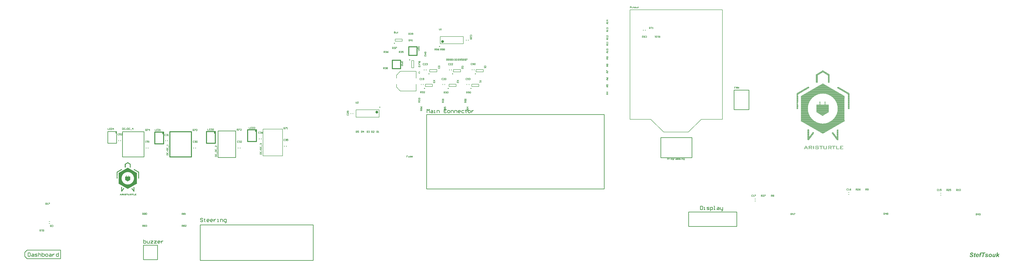
<source format=gto>
G04*
G04 #@! TF.GenerationSoftware,Altium Limited,Altium Designer,18.0.11 (651)*
G04*
G04 Layer_Color=65535*
%FSLAX42Y42*%
%MOMM*%
G71*
G01*
G75*
%ADD10C,0.25*%
%ADD11C,0.60*%
%ADD12C,0.25*%
%ADD13C,0.20*%
%ADD14C,0.40*%
%ADD15C,0.05*%
%ADD16C,0.12*%
%ADD17C,0.15*%
G36*
X65736Y7676D02*
X65738D01*
X65742Y7675D01*
X65748Y7674D01*
X65754Y7673D01*
X65761Y7672D01*
X65768Y7670D01*
X65760Y7643D01*
X65760D01*
X65760Y7643D01*
X65758Y7644D01*
X65755Y7644D01*
X65752Y7645D01*
X65749Y7646D01*
X65745Y7647D01*
X65742Y7647D01*
X65738Y7648D01*
X65737D01*
X65736Y7647D01*
X65735Y7647D01*
X65733Y7647D01*
X65732Y7646D01*
X65730Y7645D01*
X65729Y7643D01*
X65729Y7643D01*
X65728Y7642D01*
X65727Y7640D01*
X65727Y7639D01*
X65726Y7636D01*
X65725Y7633D01*
X65724Y7629D01*
X65722Y7620D01*
X65749D01*
X65744Y7592D01*
X65717D01*
X65693Y7480D01*
X65656D01*
X65679Y7592D01*
X65658D01*
X65664Y7620D01*
X65685D01*
X65688Y7634D01*
Y7634D01*
X65688Y7635D01*
Y7635D01*
X65688Y7637D01*
X65689Y7640D01*
X65690Y7643D01*
X65691Y7647D01*
X65692Y7651D01*
X65694Y7655D01*
X65695Y7658D01*
X65695Y7658D01*
X65695Y7659D01*
X65697Y7660D01*
X65698Y7662D01*
X65700Y7665D01*
X65702Y7667D01*
X65705Y7669D01*
X65708Y7671D01*
X65709Y7671D01*
X65710Y7672D01*
X65712Y7673D01*
X65714Y7674D01*
X65717Y7674D01*
X65722Y7675D01*
X65726Y7676D01*
X65731Y7676D01*
X65734D01*
X65736Y7676D01*
D02*
G37*
G36*
X65338D02*
X65340Y7675D01*
X65344Y7675D01*
X65347Y7675D01*
X65351Y7674D01*
X65360Y7672D01*
X65364Y7671D01*
X65368Y7669D01*
X65373Y7667D01*
X65377Y7665D01*
X65381Y7663D01*
X65385Y7660D01*
X65385Y7660D01*
X65385Y7659D01*
X65386Y7658D01*
X65388Y7657D01*
X65389Y7655D01*
X65391Y7654D01*
X65392Y7651D01*
X65394Y7649D01*
X65396Y7646D01*
X65398Y7643D01*
X65400Y7639D01*
X65401Y7635D01*
X65403Y7631D01*
X65404Y7627D01*
X65405Y7622D01*
X65405Y7618D01*
X65367Y7616D01*
Y7616D01*
Y7617D01*
X65367Y7618D01*
X65366Y7621D01*
X65365Y7624D01*
X65364Y7627D01*
X65362Y7631D01*
X65360Y7634D01*
X65357Y7637D01*
X65357Y7637D01*
X65355Y7638D01*
X65353Y7640D01*
X65351Y7641D01*
X65347Y7642D01*
X65343Y7644D01*
X65338Y7644D01*
X65332Y7645D01*
X65329D01*
X65326Y7644D01*
X65323Y7644D01*
X65319Y7643D01*
X65315Y7642D01*
X65312Y7641D01*
X65308Y7639D01*
X65308Y7639D01*
X65307Y7638D01*
X65306Y7637D01*
X65305Y7635D01*
X65304Y7633D01*
X65303Y7630D01*
X65302Y7627D01*
X65302Y7624D01*
Y7624D01*
Y7623D01*
X65302Y7621D01*
X65302Y7619D01*
X65303Y7617D01*
X65304Y7615D01*
X65306Y7613D01*
X65308Y7611D01*
X65308Y7610D01*
X65309Y7609D01*
X65311Y7608D01*
X65314Y7607D01*
X65316Y7606D01*
X65318Y7604D01*
X65320Y7603D01*
X65323Y7602D01*
X65325Y7600D01*
X65329Y7599D01*
X65332Y7597D01*
X65336Y7595D01*
X65337Y7595D01*
X65338Y7595D01*
X65339Y7594D01*
X65342Y7593D01*
X65344Y7592D01*
X65347Y7590D01*
X65354Y7587D01*
X65361Y7583D01*
X65368Y7579D01*
X65371Y7577D01*
X65374Y7576D01*
X65377Y7574D01*
X65379Y7572D01*
X65379Y7572D01*
X65379Y7571D01*
X65380Y7571D01*
X65381Y7570D01*
X65383Y7567D01*
X65386Y7563D01*
X65388Y7558D01*
X65390Y7552D01*
X65392Y7546D01*
X65392Y7542D01*
X65392Y7538D01*
Y7538D01*
Y7537D01*
Y7536D01*
X65392Y7534D01*
X65392Y7532D01*
X65391Y7529D01*
X65391Y7526D01*
X65390Y7523D01*
X65389Y7520D01*
X65387Y7516D01*
X65386Y7513D01*
X65384Y7509D01*
X65381Y7506D01*
X65379Y7502D01*
X65376Y7498D01*
X65372Y7495D01*
X65372Y7494D01*
X65371Y7494D01*
X65370Y7493D01*
X65368Y7492D01*
X65366Y7491D01*
X65364Y7489D01*
X65361Y7488D01*
X65357Y7486D01*
X65354Y7484D01*
X65350Y7483D01*
X65345Y7481D01*
X65340Y7479D01*
X65335Y7478D01*
X65329Y7478D01*
X65323Y7477D01*
X65316Y7477D01*
X65312D01*
X65310Y7477D01*
X65307Y7477D01*
X65304D01*
X65301Y7478D01*
X65295Y7479D01*
X65287Y7480D01*
X65280Y7482D01*
X65273Y7485D01*
X65273D01*
X65272Y7485D01*
X65271Y7486D01*
X65270Y7486D01*
X65267Y7488D01*
X65263Y7491D01*
X65259Y7494D01*
X65255Y7498D01*
X65251Y7503D01*
X65247Y7508D01*
Y7508D01*
X65247Y7508D01*
X65247Y7509D01*
X65246Y7511D01*
X65246Y7512D01*
X65245Y7514D01*
X65244Y7518D01*
X65242Y7523D01*
X65241Y7529D01*
X65241Y7535D01*
X65240Y7542D01*
X65278Y7544D01*
Y7544D01*
Y7543D01*
Y7542D01*
X65278Y7541D01*
X65279Y7538D01*
X65279Y7534D01*
X65280Y7530D01*
X65281Y7526D01*
X65282Y7522D01*
X65284Y7520D01*
X65285Y7519D01*
X65286Y7518D01*
X65288Y7517D01*
X65292Y7515D01*
X65293Y7514D01*
X65296Y7513D01*
X65298Y7512D01*
X65302Y7511D01*
X65305Y7511D01*
X65308Y7510D01*
X65312Y7510D01*
X65319D01*
X65321Y7510D01*
X65323D01*
X65327Y7511D01*
X65332Y7511D01*
X65336Y7513D01*
X65341Y7514D01*
X65344Y7517D01*
X65345Y7517D01*
X65346Y7518D01*
X65347Y7519D01*
X65349Y7521D01*
X65350Y7524D01*
X65352Y7527D01*
X65353Y7530D01*
X65353Y7533D01*
Y7534D01*
Y7535D01*
X65353Y7536D01*
X65352Y7538D01*
X65352Y7541D01*
X65350Y7543D01*
X65348Y7546D01*
X65346Y7548D01*
X65346Y7548D01*
X65345Y7549D01*
X65343Y7550D01*
X65341Y7551D01*
X65339Y7552D01*
X65337Y7553D01*
X65335Y7554D01*
X65332Y7556D01*
X65329Y7557D01*
X65326Y7559D01*
X65322Y7560D01*
X65318Y7562D01*
X65318D01*
X65317Y7562D01*
X65316Y7563D01*
X65315Y7564D01*
X65313Y7564D01*
X65311Y7565D01*
X65306Y7567D01*
X65301Y7570D01*
X65295Y7573D01*
X65290Y7576D01*
X65288Y7577D01*
X65286Y7578D01*
X65285Y7578D01*
X65284Y7579D01*
X65282Y7581D01*
X65280Y7583D01*
X65277Y7585D01*
X65275Y7588D01*
X65272Y7591D01*
X65270Y7595D01*
X65269Y7596D01*
X65269Y7597D01*
X65268Y7599D01*
X65267Y7602D01*
X65266Y7606D01*
X65265Y7610D01*
X65264Y7614D01*
X65264Y7619D01*
Y7620D01*
Y7620D01*
Y7622D01*
X65264Y7624D01*
X65264Y7625D01*
X65265Y7628D01*
X65265Y7631D01*
X65266Y7634D01*
X65268Y7640D01*
X65270Y7643D01*
X65271Y7647D01*
X65273Y7650D01*
X65275Y7654D01*
X65278Y7657D01*
X65281Y7660D01*
X65282Y7660D01*
X65282Y7661D01*
X65283Y7661D01*
X65285Y7662D01*
X65286Y7664D01*
X65288Y7665D01*
X65291Y7667D01*
X65294Y7668D01*
X65298Y7669D01*
X65301Y7671D01*
X65305Y7672D01*
X65310Y7674D01*
X65315Y7675D01*
X65320Y7675D01*
X65326Y7676D01*
X65332Y7676D01*
X65335D01*
X65338Y7676D01*
D02*
G37*
G36*
X65989Y7622D02*
X65991D01*
X65994Y7622D01*
X66000Y7622D01*
X66006Y7620D01*
X66013Y7619D01*
X66020Y7616D01*
X66023Y7614D01*
X66025Y7613D01*
X66026D01*
X66026Y7612D01*
X66028Y7611D01*
X66030Y7609D01*
X66033Y7606D01*
X66036Y7602D01*
X66039Y7597D01*
X66041Y7592D01*
X66043Y7586D01*
X66008Y7580D01*
Y7581D01*
X66008Y7581D01*
X66007Y7583D01*
X66006Y7584D01*
X66005Y7586D01*
X66003Y7588D01*
X66001Y7590D01*
X65999Y7591D01*
X65999Y7592D01*
X65998Y7592D01*
X65996Y7593D01*
X65994Y7594D01*
X65991Y7595D01*
X65987Y7596D01*
X65983Y7596D01*
X65979Y7597D01*
X65977D01*
X65975Y7596D01*
X65972Y7596D01*
X65969Y7596D01*
X65967Y7595D01*
X65964Y7594D01*
X65962Y7592D01*
X65961Y7592D01*
X65961Y7592D01*
X65960Y7591D01*
X65959Y7590D01*
X65958Y7587D01*
X65957Y7586D01*
X65957Y7584D01*
Y7583D01*
Y7583D01*
X65957Y7582D01*
X65957Y7581D01*
X65958Y7579D01*
X65959Y7578D01*
X65960Y7576D01*
X65962Y7575D01*
X65962D01*
X65963Y7574D01*
X65964Y7574D01*
X65966Y7573D01*
X65968Y7572D01*
X65970Y7572D01*
X65972Y7571D01*
X65974Y7570D01*
X65977Y7569D01*
X65980Y7568D01*
X65983Y7567D01*
X65983D01*
X65984Y7567D01*
X65986Y7567D01*
X65988Y7566D01*
X65990Y7565D01*
X65992Y7564D01*
X65998Y7562D01*
X66004Y7560D01*
X66010Y7557D01*
X66013Y7556D01*
X66016Y7555D01*
X66018Y7553D01*
X66020Y7552D01*
X66020D01*
X66021Y7551D01*
X66022Y7550D01*
X66024Y7547D01*
X66027Y7544D01*
X66029Y7541D01*
X66031Y7536D01*
X66033Y7531D01*
X66033Y7528D01*
X66033Y7526D01*
Y7525D01*
Y7525D01*
Y7524D01*
X66033Y7522D01*
X66033Y7521D01*
X66033Y7519D01*
X66031Y7514D01*
X66029Y7509D01*
X66028Y7506D01*
X66026Y7503D01*
X66024Y7500D01*
X66022Y7497D01*
X66019Y7494D01*
X66016Y7491D01*
X66016Y7491D01*
X66016Y7491D01*
X66015Y7490D01*
X66013Y7489D01*
X66012Y7488D01*
X66009Y7487D01*
X66007Y7485D01*
X66004Y7484D01*
X66001Y7483D01*
X65998Y7481D01*
X65994Y7480D01*
X65989Y7479D01*
X65985Y7478D01*
X65980Y7477D01*
X65975Y7477D01*
X65969Y7477D01*
X65967D01*
X65964Y7477D01*
X65962D01*
X65959Y7477D01*
X65956Y7478D01*
X65952Y7478D01*
X65945Y7479D01*
X65937Y7481D01*
X65930Y7484D01*
X65926Y7486D01*
X65923Y7488D01*
X65923D01*
X65922Y7488D01*
X65921Y7489D01*
X65920Y7489D01*
X65917Y7492D01*
X65914Y7496D01*
X65910Y7500D01*
X65906Y7506D01*
X65903Y7512D01*
X65901Y7519D01*
X65937Y7525D01*
X65937Y7524D01*
X65938Y7523D01*
X65939Y7521D01*
X65940Y7518D01*
X65942Y7516D01*
X65944Y7513D01*
X65946Y7510D01*
X65949Y7508D01*
X65949Y7508D01*
X65950Y7508D01*
X65952Y7507D01*
X65954Y7506D01*
X65957Y7505D01*
X65960Y7504D01*
X65964Y7504D01*
X65969Y7504D01*
X65971D01*
X65973Y7504D01*
X65976Y7504D01*
X65979Y7505D01*
X65983Y7506D01*
X65986Y7507D01*
X65989Y7509D01*
X65990Y7509D01*
X65990Y7510D01*
X65991Y7511D01*
X65992Y7512D01*
X65994Y7515D01*
X65995Y7517D01*
X65995Y7519D01*
Y7519D01*
Y7519D01*
X65995Y7521D01*
X65994Y7523D01*
X65992Y7526D01*
X65992Y7526D01*
X65992Y7526D01*
X65991Y7527D01*
X65989Y7527D01*
X65987Y7529D01*
X65984Y7530D01*
X65981Y7531D01*
X65976Y7533D01*
X65976D01*
X65975Y7533D01*
X65973Y7534D01*
X65971Y7535D01*
X65968Y7536D01*
X65965Y7537D01*
X65958Y7539D01*
X65951Y7542D01*
X65944Y7545D01*
X65941Y7547D01*
X65938Y7548D01*
X65936Y7549D01*
X65934Y7551D01*
X65933Y7551D01*
X65932Y7552D01*
X65930Y7555D01*
X65928Y7558D01*
X65925Y7562D01*
X65923Y7566D01*
X65922Y7572D01*
X65922Y7574D01*
X65921Y7577D01*
Y7578D01*
Y7578D01*
Y7579D01*
X65922Y7580D01*
X65922Y7583D01*
X65923Y7587D01*
X65925Y7592D01*
X65927Y7596D01*
X65930Y7601D01*
X65931Y7604D01*
X65934Y7606D01*
X65934Y7606D01*
X65935Y7607D01*
X65936Y7607D01*
X65937Y7609D01*
X65939Y7610D01*
X65941Y7611D01*
X65943Y7613D01*
X65946Y7614D01*
X65950Y7616D01*
X65954Y7617D01*
X65958Y7619D01*
X65963Y7620D01*
X65968Y7621D01*
X65973Y7622D01*
X65979Y7622D01*
X65985Y7623D01*
X65987D01*
X65989Y7622D01*
D02*
G37*
G36*
X66338Y7480D02*
X66303D01*
X66307Y7498D01*
X66307Y7498D01*
X66306Y7497D01*
X66305Y7496D01*
X66303Y7495D01*
X66301Y7493D01*
X66299Y7491D01*
X66296Y7489D01*
X66293Y7488D01*
X66290Y7485D01*
X66286Y7483D01*
X66278Y7480D01*
X66274Y7479D01*
X66270Y7478D01*
X66265Y7477D01*
X66261Y7477D01*
X66259D01*
X66258Y7477D01*
X66255Y7477D01*
X66252Y7478D01*
X66248Y7479D01*
X66244Y7481D01*
X66239Y7483D01*
X66236Y7486D01*
X66235Y7487D01*
X66234Y7488D01*
X66233Y7491D01*
X66231Y7494D01*
X66230Y7497D01*
X66228Y7502D01*
X66227Y7507D01*
X66227Y7513D01*
Y7513D01*
Y7514D01*
X66227Y7516D01*
X66227Y7519D01*
X66228Y7523D01*
X66229Y7526D01*
X66229Y7528D01*
X66229Y7531D01*
X66230Y7534D01*
X66231Y7538D01*
X66232Y7542D01*
X66249Y7620D01*
X66287D01*
X66268Y7537D01*
Y7536D01*
Y7536D01*
X66268Y7534D01*
X66267Y7532D01*
X66267Y7529D01*
X66266Y7526D01*
X66266Y7523D01*
X66265Y7520D01*
X66265Y7518D01*
Y7518D01*
Y7517D01*
X66265Y7516D01*
X66266Y7515D01*
X66267Y7511D01*
X66268Y7509D01*
X66269Y7508D01*
X66269Y7508D01*
X66270Y7507D01*
X66271Y7506D01*
X66272Y7506D01*
X66273Y7505D01*
X66275Y7504D01*
X66277Y7504D01*
X66279Y7504D01*
X66281D01*
X66282Y7504D01*
X66285Y7504D01*
X66288Y7506D01*
X66288D01*
X66289Y7506D01*
X66290Y7506D01*
X66291Y7507D01*
X66293Y7509D01*
X66297Y7511D01*
X66297Y7512D01*
X66298Y7512D01*
X66298Y7513D01*
X66300Y7514D01*
X66302Y7517D01*
X66305Y7521D01*
X66305Y7521D01*
X66306Y7521D01*
X66307Y7523D01*
X66307Y7524D01*
X66308Y7526D01*
X66310Y7529D01*
X66311Y7531D01*
X66312Y7534D01*
Y7535D01*
X66312Y7536D01*
X66313Y7537D01*
X66313Y7539D01*
X66314Y7542D01*
X66315Y7545D01*
X66316Y7549D01*
X66317Y7553D01*
X66332Y7620D01*
X66370D01*
X66338Y7480D01*
D02*
G37*
G36*
X66439Y7572D02*
X66488Y7620D01*
X66537D01*
X66481Y7569D01*
X66511Y7480D01*
X66474D01*
X66454Y7545D01*
X66428Y7522D01*
X66420Y7480D01*
X66382D01*
X66423Y7672D01*
X66460D01*
X66439Y7572D01*
D02*
G37*
G36*
X65915Y7640D02*
X65858D01*
X65825Y7480D01*
X65786D01*
X65819Y7640D01*
X65763D01*
X65769Y7672D01*
X65921D01*
X65915Y7640D01*
D02*
G37*
G36*
X66145Y7622D02*
X66147Y7622D01*
X66150Y7622D01*
X66154Y7621D01*
X66157Y7620D01*
X66165Y7619D01*
X66169Y7617D01*
X66173Y7616D01*
X66177Y7614D01*
X66181Y7611D01*
X66184Y7609D01*
X66188Y7606D01*
X66188Y7605D01*
X66189Y7605D01*
X66189Y7604D01*
X66190Y7602D01*
X66192Y7601D01*
X66193Y7599D01*
X66195Y7596D01*
X66197Y7594D01*
X66198Y7590D01*
X66200Y7587D01*
X66201Y7583D01*
X66202Y7579D01*
X66204Y7575D01*
X66204Y7570D01*
X66205Y7565D01*
X66205Y7560D01*
Y7559D01*
Y7558D01*
Y7556D01*
X66205Y7554D01*
X66205Y7551D01*
X66204Y7548D01*
X66203Y7544D01*
X66202Y7540D01*
X66201Y7535D01*
X66200Y7531D01*
X66198Y7526D01*
X66196Y7521D01*
X66194Y7516D01*
X66191Y7511D01*
X66187Y7506D01*
X66184Y7501D01*
X66183Y7501D01*
X66182Y7500D01*
X66181Y7499D01*
X66180Y7497D01*
X66177Y7496D01*
X66175Y7493D01*
X66172Y7491D01*
X66168Y7489D01*
X66164Y7487D01*
X66160Y7484D01*
X66155Y7482D01*
X66150Y7481D01*
X66144Y7479D01*
X66139Y7478D01*
X66132Y7477D01*
X66126Y7477D01*
X66122D01*
X66121Y7477D01*
X66119Y7477D01*
X66114Y7478D01*
X66108Y7479D01*
X66102Y7480D01*
X66096Y7482D01*
X66091Y7484D01*
X66090D01*
X66090Y7485D01*
X66089Y7485D01*
X66088Y7486D01*
X66085Y7488D01*
X66082Y7490D01*
X66078Y7493D01*
X66074Y7497D01*
X66071Y7502D01*
X66068Y7507D01*
Y7507D01*
X66067Y7507D01*
X66067Y7508D01*
X66067Y7509D01*
X66066Y7512D01*
X66064Y7516D01*
X66063Y7521D01*
X66062Y7526D01*
X66061Y7532D01*
X66061Y7538D01*
Y7538D01*
Y7539D01*
X66061Y7541D01*
Y7544D01*
X66061Y7547D01*
X66062Y7551D01*
X66062Y7556D01*
X66063Y7560D01*
X66064Y7565D01*
X66066Y7570D01*
X66067Y7575D01*
X66070Y7580D01*
X66072Y7585D01*
X66075Y7590D01*
X66078Y7595D01*
X66082Y7599D01*
X66082Y7600D01*
X66083Y7601D01*
X66084Y7602D01*
X66086Y7603D01*
X66088Y7605D01*
X66091Y7607D01*
X66094Y7609D01*
X66098Y7611D01*
X66102Y7613D01*
X66106Y7615D01*
X66111Y7617D01*
X66116Y7619D01*
X66121Y7620D01*
X66127Y7622D01*
X66133Y7622D01*
X66140Y7623D01*
X66143D01*
X66145Y7622D01*
D02*
G37*
G36*
X65589D02*
X65591Y7622D01*
X65594Y7622D01*
X65597Y7621D01*
X65600Y7621D01*
X65606Y7619D01*
X65610Y7618D01*
X65613Y7616D01*
X65616Y7614D01*
X65620Y7612D01*
X65623Y7610D01*
X65626Y7607D01*
X65626Y7607D01*
X65626Y7606D01*
X65627Y7605D01*
X65628Y7604D01*
X65629Y7602D01*
X65631Y7601D01*
X65632Y7598D01*
X65634Y7596D01*
X65635Y7592D01*
X65636Y7589D01*
X65637Y7586D01*
X65639Y7581D01*
X65640Y7577D01*
X65641Y7572D01*
X65641Y7568D01*
X65641Y7562D01*
Y7562D01*
Y7562D01*
Y7560D01*
Y7557D01*
X65641Y7554D01*
X65641Y7551D01*
X65640Y7546D01*
X65638Y7538D01*
X65544D01*
Y7538D01*
Y7537D01*
X65544Y7536D01*
Y7534D01*
Y7534D01*
Y7534D01*
Y7532D01*
X65544Y7530D01*
X65545Y7526D01*
X65546Y7523D01*
X65547Y7519D01*
X65549Y7515D01*
X65551Y7512D01*
X65552Y7512D01*
X65553Y7511D01*
X65554Y7509D01*
X65557Y7508D01*
X65560Y7506D01*
X65563Y7505D01*
X65567Y7504D01*
X65571Y7504D01*
X65573D01*
X65574Y7504D01*
X65576Y7504D01*
X65578Y7505D01*
X65582Y7506D01*
X65584Y7507D01*
X65587Y7508D01*
X65589Y7510D01*
X65591Y7512D01*
X65594Y7514D01*
X65596Y7517D01*
X65599Y7520D01*
X65601Y7523D01*
X65634Y7518D01*
Y7517D01*
X65634Y7517D01*
X65633Y7516D01*
X65632Y7514D01*
X65631Y7513D01*
X65630Y7511D01*
X65627Y7506D01*
X65623Y7501D01*
X65619Y7496D01*
X65613Y7491D01*
X65607Y7487D01*
X65607D01*
X65607Y7486D01*
X65606Y7486D01*
X65605Y7485D01*
X65603Y7484D01*
X65601Y7484D01*
X65597Y7482D01*
X65591Y7480D01*
X65585Y7478D01*
X65578Y7477D01*
X65571Y7477D01*
X65568D01*
X65566Y7477D01*
X65564Y7477D01*
X65561Y7478D01*
X65558Y7478D01*
X65554Y7479D01*
X65547Y7481D01*
X65543Y7483D01*
X65539Y7484D01*
X65536Y7486D01*
X65532Y7489D01*
X65528Y7491D01*
X65525Y7494D01*
X65525Y7495D01*
X65524Y7495D01*
X65523Y7496D01*
X65522Y7498D01*
X65521Y7499D01*
X65519Y7502D01*
X65518Y7504D01*
X65516Y7507D01*
X65515Y7510D01*
X65513Y7514D01*
X65512Y7518D01*
X65510Y7522D01*
X65509Y7526D01*
X65508Y7531D01*
X65508Y7536D01*
X65508Y7541D01*
Y7542D01*
Y7543D01*
Y7544D01*
X65508Y7546D01*
X65508Y7549D01*
X65508Y7552D01*
X65509Y7555D01*
X65509Y7559D01*
X65511Y7566D01*
X65513Y7571D01*
X65514Y7575D01*
X65516Y7579D01*
X65518Y7584D01*
X65521Y7588D01*
X65523Y7592D01*
X65524Y7593D01*
X65524Y7594D01*
X65526Y7595D01*
X65527Y7597D01*
X65530Y7599D01*
X65532Y7602D01*
X65536Y7605D01*
X65539Y7608D01*
X65543Y7611D01*
X65548Y7613D01*
X65553Y7616D01*
X65559Y7618D01*
X65564Y7620D01*
X65571Y7621D01*
X65578Y7622D01*
X65585Y7623D01*
X65587D01*
X65589Y7622D01*
D02*
G37*
G36*
X65484Y7620D02*
X65508D01*
X65502Y7592D01*
X65479D01*
X65466Y7533D01*
Y7532D01*
Y7532D01*
X65466Y7531D01*
X65466Y7530D01*
X65465Y7528D01*
X65465Y7525D01*
X65464Y7521D01*
X65464Y7519D01*
X65463Y7516D01*
X65463Y7515D01*
Y7515D01*
Y7514D01*
Y7514D01*
X65463Y7512D01*
X65464Y7510D01*
X65466Y7508D01*
X65466D01*
X65466Y7508D01*
X65467Y7507D01*
X65468Y7507D01*
X65469Y7506D01*
X65471Y7506D01*
X65473Y7506D01*
X65477D01*
X65478Y7506D01*
X65480D01*
X65482Y7506D01*
X65485Y7506D01*
X65488Y7507D01*
X65483Y7479D01*
X65482D01*
X65481Y7479D01*
X65479Y7478D01*
X65476Y7478D01*
X65473Y7478D01*
X65470Y7477D01*
X65463Y7477D01*
X65459D01*
X65458Y7477D01*
X65456D01*
X65451Y7478D01*
X65447Y7479D01*
X65442Y7480D01*
X65437Y7482D01*
X65433Y7484D01*
X65433Y7484D01*
X65432Y7486D01*
X65431Y7488D01*
X65429Y7490D01*
X65427Y7493D01*
X65426Y7497D01*
X65425Y7501D01*
X65425Y7506D01*
Y7506D01*
Y7507D01*
X65425Y7509D01*
X65425Y7512D01*
X65425Y7514D01*
X65426Y7516D01*
X65426Y7518D01*
X65427Y7521D01*
X65427Y7524D01*
X65428Y7527D01*
X65429Y7531D01*
X65430Y7536D01*
X65441Y7592D01*
X65423D01*
X65429Y7620D01*
X65447D01*
X65451Y7642D01*
X65494Y7668D01*
X65484Y7620D01*
D02*
G37*
%LPC*%
G36*
X66140Y7594D02*
X66138D01*
X66135Y7594D01*
X66132Y7594D01*
X66129Y7592D01*
X66126Y7591D01*
X66122Y7589D01*
X66118Y7587D01*
X66118Y7586D01*
X66116Y7585D01*
X66115Y7584D01*
X66113Y7581D01*
X66110Y7578D01*
X66108Y7574D01*
X66106Y7570D01*
X66103Y7565D01*
Y7564D01*
X66103Y7564D01*
X66103Y7563D01*
X66102Y7562D01*
X66102Y7559D01*
X66101Y7556D01*
X66100Y7552D01*
X66099Y7547D01*
X66099Y7543D01*
X66098Y7538D01*
Y7538D01*
Y7538D01*
Y7537D01*
Y7536D01*
X66099Y7533D01*
X66099Y7530D01*
X66100Y7526D01*
X66102Y7522D01*
X66104Y7518D01*
X66106Y7514D01*
X66107Y7514D01*
X66108Y7513D01*
X66110Y7512D01*
X66112Y7510D01*
X66115Y7509D01*
X66118Y7507D01*
X66122Y7506D01*
X66127Y7506D01*
X66128D01*
X66129Y7506D01*
X66132Y7507D01*
X66136Y7508D01*
X66140Y7509D01*
X66144Y7511D01*
X66149Y7515D01*
X66151Y7517D01*
X66153Y7519D01*
X66153Y7519D01*
X66153Y7520D01*
X66154Y7521D01*
X66155Y7522D01*
X66156Y7524D01*
X66157Y7526D01*
X66159Y7529D01*
X66160Y7532D01*
X66162Y7535D01*
X66163Y7538D01*
X66164Y7542D01*
X66165Y7546D01*
X66167Y7555D01*
X66167Y7560D01*
X66168Y7565D01*
Y7565D01*
Y7565D01*
Y7567D01*
X66167Y7569D01*
X66167Y7572D01*
X66166Y7576D01*
X66164Y7579D01*
X66162Y7583D01*
X66160Y7586D01*
X66159Y7586D01*
X66158Y7587D01*
X66157Y7589D01*
X66154Y7590D01*
X66151Y7592D01*
X66148Y7593D01*
X66144Y7594D01*
X66140Y7594D01*
D02*
G37*
G36*
X65581Y7596D02*
X65579D01*
X65577Y7595D01*
X65574Y7595D01*
X65571Y7594D01*
X65567Y7592D01*
X65564Y7590D01*
X65560Y7587D01*
X65560Y7587D01*
X65559Y7585D01*
X65557Y7583D01*
X65555Y7580D01*
X65553Y7577D01*
X65551Y7572D01*
X65549Y7567D01*
X65548Y7561D01*
X65607D01*
Y7561D01*
Y7562D01*
Y7564D01*
Y7565D01*
Y7565D01*
Y7565D01*
Y7566D01*
Y7567D01*
X65606Y7570D01*
X65606Y7574D01*
X65605Y7577D01*
X65604Y7581D01*
X65602Y7585D01*
X65600Y7588D01*
X65599Y7588D01*
X65598Y7589D01*
X65597Y7591D01*
X65595Y7592D01*
X65592Y7593D01*
X65589Y7595D01*
X65585Y7596D01*
X65581Y7596D01*
D02*
G37*
%LPD*%
D10*
X43692Y14790D02*
G03*
X43692Y14790I-12J0D01*
G01*
X42708D02*
G03*
X42708Y14790I-12J0D01*
G01*
X41684D02*
G03*
X41684Y14790I-12J0D01*
G01*
X42334Y16610D02*
G03*
X42334Y16610I-12J0D01*
G01*
X39751Y13976D02*
G03*
X39751Y13976I-12J0D01*
G01*
X43882Y15423D02*
G03*
X43882Y15423I-12J0D01*
G01*
X42897D02*
G03*
X42897Y15423I-12J0D01*
G01*
X41875D02*
G03*
X41875Y15423I-12J0D01*
G01*
X40382Y16748D02*
G03*
X40382Y16748I-12J0D01*
G01*
X41039Y16029D02*
G03*
X41039Y16029I-12J0D01*
G01*
D11*
X42481Y16822D02*
G03*
X42481Y16822I-30J0D01*
G01*
X39639Y13763D02*
G03*
X39639Y13763I-30J0D01*
G01*
D12*
X41757Y10439D02*
X49441D01*
X41757D02*
Y13665D01*
X49441D01*
Y10439D02*
Y13665D01*
X32741Y11811D02*
Y12954D01*
X33503D01*
Y11798D02*
Y12954D01*
X32741Y11798D02*
X33503D01*
X32741D02*
Y11811D01*
X29515Y7995D02*
X30124D01*
Y7373D02*
Y7995D01*
X29515Y7373D02*
X30124D01*
X29515D02*
Y7995D01*
X51880Y11786D02*
X53226D01*
X51880D02*
Y12662D01*
X53226D01*
Y11786D02*
Y12662D01*
X55054Y13872D02*
X55690D01*
Y14723D01*
X55054D02*
X55690D01*
X55054Y13872D02*
Y14723D01*
X28321Y12858D02*
Y12921D01*
Y12858D02*
X28359D01*
Y12413D02*
Y12921D01*
X27978Y12413D02*
X28359D01*
X27978D02*
Y12921D01*
X28359D01*
X28612Y12915D02*
X29542D01*
X28612Y11825D02*
Y12915D01*
X29542Y11825D02*
Y12915D01*
X28612Y11825D02*
X29542D01*
X31967Y8877D02*
X36852D01*
X31967Y7337D02*
Y8877D01*
Y7337D02*
X31977D01*
X36852D01*
Y8877D01*
X53089Y8814D02*
Y9436D01*
Y8814D02*
X55172D01*
Y9436D01*
X53089D02*
X55172D01*
X24486Y7785D02*
X24562D01*
X24384Y7683D02*
X24486Y7785D01*
X24384Y7518D02*
Y7683D01*
Y7518D02*
X24486Y7417D01*
X25933D01*
Y7785D01*
X24562D02*
X25933D01*
X24524Y7671D02*
Y7518D01*
X24600D01*
X24625Y7544D01*
Y7645D01*
X24600Y7671D01*
X24524D01*
X24701Y7620D02*
X24752D01*
X24778Y7595D01*
Y7518D01*
X24701D01*
X24676Y7544D01*
X24701Y7569D01*
X24778D01*
X24828Y7518D02*
X24905D01*
X24930Y7544D01*
X24905Y7569D01*
X24854D01*
X24828Y7595D01*
X24854Y7620D01*
X24930D01*
X24981Y7671D02*
Y7518D01*
Y7595D01*
X25006Y7620D01*
X25057D01*
X25082Y7595D01*
Y7518D01*
X25133Y7671D02*
Y7518D01*
X25209D01*
X25235Y7544D01*
Y7569D01*
Y7595D01*
X25209Y7620D01*
X25133D01*
X25311Y7518D02*
X25362D01*
X25387Y7544D01*
Y7595D01*
X25362Y7620D01*
X25311D01*
X25285Y7595D01*
Y7544D01*
X25311Y7518D01*
X25463Y7620D02*
X25514D01*
X25539Y7595D01*
Y7518D01*
X25463D01*
X25438Y7544D01*
X25463Y7569D01*
X25539D01*
X25590Y7620D02*
Y7518D01*
Y7569D01*
X25616Y7595D01*
X25641Y7620D01*
X25666D01*
X25844Y7671D02*
Y7518D01*
X25768D01*
X25743Y7544D01*
Y7595D01*
X25768Y7620D01*
X25844D01*
X41773Y13739D02*
Y13891D01*
X41824Y13840D01*
X41874Y13891D01*
Y13739D01*
X41951Y13840D02*
X42001D01*
X42027Y13815D01*
Y13739D01*
X41951D01*
X41925Y13764D01*
X41951Y13790D01*
X42027D01*
X42078Y13739D02*
X42128D01*
X42103D01*
Y13840D01*
X42078D01*
X42205Y13739D02*
Y13840D01*
X42281D01*
X42306Y13815D01*
Y13739D01*
X42611Y13866D02*
X42585Y13891D01*
X42535D01*
X42509Y13866D01*
Y13764D01*
X42535Y13739D01*
X42585D01*
X42611Y13764D01*
X42687Y13739D02*
X42738D01*
X42763Y13764D01*
Y13815D01*
X42738Y13840D01*
X42687D01*
X42662Y13815D01*
Y13764D01*
X42687Y13739D01*
X42814D02*
Y13840D01*
X42890D01*
X42915Y13815D01*
Y13739D01*
X42966D02*
Y13840D01*
X43042D01*
X43068Y13815D01*
Y13739D01*
X43195D02*
X43144D01*
X43119Y13764D01*
Y13815D01*
X43144Y13840D01*
X43195D01*
X43220Y13815D01*
Y13790D01*
X43119D01*
X43373Y13840D02*
X43296D01*
X43271Y13815D01*
Y13764D01*
X43296Y13739D01*
X43373D01*
X43449Y13866D02*
Y13840D01*
X43423D01*
X43474D01*
X43449D01*
Y13764D01*
X43474Y13739D01*
X43576D02*
X43626D01*
X43652Y13764D01*
Y13815D01*
X43626Y13840D01*
X43576D01*
X43550Y13815D01*
Y13764D01*
X43576Y13739D01*
X43703Y13840D02*
Y13739D01*
Y13790D01*
X43728Y13815D01*
X43753Y13840D01*
X43779D01*
X53594Y9690D02*
Y9538D01*
X53670D01*
X53696Y9563D01*
Y9665D01*
X53670Y9690D01*
X53594D01*
X53746Y9538D02*
X53797D01*
X53772D01*
Y9639D01*
X53746D01*
X53873Y9538D02*
X53949D01*
X53975Y9563D01*
X53949Y9588D01*
X53899D01*
X53873Y9614D01*
X53899Y9639D01*
X53975D01*
X54026Y9487D02*
Y9639D01*
X54102D01*
X54127Y9614D01*
Y9563D01*
X54102Y9538D01*
X54026D01*
X54178D02*
X54229D01*
X54203D01*
Y9690D01*
X54178D01*
X54330Y9639D02*
X54381D01*
X54407Y9614D01*
Y9538D01*
X54330D01*
X54305Y9563D01*
X54330Y9588D01*
X54407D01*
X54457Y9639D02*
Y9563D01*
X54483Y9538D01*
X54559D01*
Y9512D01*
X54533Y9487D01*
X54508D01*
X54559Y9538D02*
Y9639D01*
X32081Y9144D02*
X32056Y9169D01*
X32005D01*
X31980Y9144D01*
Y9119D01*
X32005Y9093D01*
X32056D01*
X32081Y9068D01*
Y9042D01*
X32056Y9017D01*
X32005D01*
X31980Y9042D01*
X32158Y9144D02*
Y9119D01*
X32132D01*
X32183D01*
X32158D01*
Y9042D01*
X32183Y9017D01*
X32335D02*
X32285D01*
X32259Y9042D01*
Y9093D01*
X32285Y9119D01*
X32335D01*
X32361Y9093D01*
Y9068D01*
X32259D01*
X32488Y9017D02*
X32437D01*
X32412Y9042D01*
Y9093D01*
X32437Y9119D01*
X32488D01*
X32513Y9093D01*
Y9068D01*
X32412D01*
X32564Y9119D02*
Y9017D01*
Y9068D01*
X32589Y9093D01*
X32615Y9119D01*
X32640D01*
X32716Y9017D02*
X32767D01*
X32742D01*
Y9119D01*
X32716D01*
X32843Y9017D02*
Y9119D01*
X32919D01*
X32945Y9093D01*
Y9017D01*
X33046Y8966D02*
X33072D01*
X33097Y8992D01*
Y9119D01*
X33021D01*
X32996Y9093D01*
Y9042D01*
X33021Y9017D01*
X33097D01*
X29526Y8235D02*
Y8083D01*
X29602D01*
X29628Y8108D01*
Y8134D01*
Y8159D01*
X29602Y8184D01*
X29526D01*
X29679D02*
Y8108D01*
X29704Y8083D01*
X29780D01*
Y8184D01*
X29831D02*
X29932D01*
X29831Y8083D01*
X29932D01*
X29983Y8184D02*
X30085D01*
X29983Y8083D01*
X30085D01*
X30212D02*
X30161D01*
X30136Y8108D01*
Y8159D01*
X30161Y8184D01*
X30212D01*
X30237Y8159D01*
Y8134D01*
X30136D01*
X30288Y8184D02*
Y8083D01*
Y8134D01*
X30313Y8159D01*
X30339Y8184D01*
X30364D01*
D13*
X50553Y18197D02*
X54553D01*
X50553Y13452D02*
Y18197D01*
X54553Y13452D02*
Y18197D01*
X50553Y13452D02*
X51456D01*
X52011Y12897D02*
X53081D01*
X53636Y13452D02*
X54553D01*
X51456D02*
X52011Y12897D01*
X53081D02*
X53636Y13452D01*
X43712Y14975D02*
X44022D01*
X43712Y14875D02*
X44022D01*
Y14975D01*
X43712Y14875D02*
Y14975D01*
X42728Y14875D02*
Y14975D01*
X43037Y14875D02*
Y14975D01*
X42728Y14875D02*
X43037D01*
X42728Y14975D02*
X43037D01*
X41704Y14875D02*
Y14975D01*
X42014Y14875D02*
Y14975D01*
X41704Y14875D02*
X42014D01*
X41704Y14975D02*
X42014D01*
X43351Y16722D02*
Y17042D01*
X42351Y16722D02*
Y17042D01*
X43351D01*
X42351Y16722D02*
X43351D01*
X38709Y13543D02*
Y13863D01*
X39709Y13543D02*
Y13863D01*
X38709Y13543D02*
X39709D01*
X38709Y13863D02*
X39709D01*
X43902Y15508D02*
Y15608D01*
X44212Y15508D02*
Y15608D01*
X43902Y15508D02*
X44212D01*
X43902Y15608D02*
X44212D01*
X42917D02*
X43227D01*
X42917Y15508D02*
X43227D01*
Y15608D01*
X42917Y15508D02*
Y15608D01*
X41895D02*
X42205D01*
X41895Y15508D02*
X42205D01*
Y15608D01*
X41895Y15508D02*
Y15608D01*
X28529Y12509D02*
Y12549D01*
X28444Y12509D02*
Y12549D01*
X29635Y12191D02*
Y12231D01*
X29720Y12191D02*
Y12231D01*
X38572Y13683D02*
Y13723D01*
X38487Y13683D02*
Y13723D01*
X25437Y8937D02*
X25477D01*
X25437Y9022D02*
X25477D01*
X34688Y13026D02*
X35538D01*
Y11866D02*
Y13026D01*
X34688Y11866D02*
X35538D01*
X34688D02*
Y13026D01*
X34608Y12585D02*
Y12625D01*
X34523Y12585D02*
Y12625D01*
X35613Y12267D02*
Y12307D01*
X35698Y12267D02*
Y12307D01*
X33609Y12191D02*
Y12231D01*
X33694Y12191D02*
Y12231D01*
X30565Y12509D02*
Y12549D01*
X30480Y12509D02*
Y12549D01*
X31691Y12191D02*
Y12231D01*
X31776Y12191D02*
Y12231D01*
X63972Y10161D02*
X64012D01*
X63972Y10246D02*
X64012D01*
X59992Y10196D02*
X60032D01*
X59992Y10281D02*
X60032D01*
X55948Y9912D02*
X55988D01*
X55948Y9997D02*
X55988D01*
X40626Y14680D02*
X41312D01*
Y14977D01*
Y15232D02*
Y15530D01*
X40626D02*
X41312D01*
X40462Y14843D02*
Y14977D01*
Y14843D02*
X40626Y14680D01*
X40462Y15366D02*
X40626Y15530D01*
X40462Y15232D02*
Y15366D01*
X43476Y16862D02*
Y16902D01*
X43561Y16862D02*
Y16902D01*
X41652Y15578D02*
Y15618D01*
X41737Y15578D02*
Y15618D01*
X42745Y15578D02*
Y15618D01*
X42830Y15578D02*
Y15618D01*
X42464Y14945D02*
Y14985D01*
X42549Y14945D02*
Y14985D01*
X41610Y14945D02*
Y14985D01*
X41525Y14945D02*
Y14985D01*
X40402Y16833D02*
Y16933D01*
X40712Y16833D02*
Y16933D01*
X40402Y16833D02*
X40712D01*
X40402Y16933D02*
X40712D01*
X41211Y15686D02*
Y15996D01*
X41111Y15686D02*
Y15996D01*
Y15686D02*
X41211D01*
X41111Y15996D02*
X41211D01*
X43815Y15582D02*
Y15622D01*
X43730Y15582D02*
Y15622D01*
X43591Y14945D02*
Y14985D01*
X43506Y14945D02*
Y14985D01*
X51128Y17296D02*
Y17336D01*
X51213Y17296D02*
Y17336D01*
D14*
X30353Y12834D02*
Y12897D01*
Y12834D02*
X30391D01*
Y12389D02*
Y12897D01*
X30010Y12389D02*
X30391D01*
X30010D02*
Y12897D01*
X30391D01*
X32588Y12858D02*
Y12921D01*
Y12858D02*
X32626D01*
Y12413D02*
Y12921D01*
X32245Y12413D02*
X32626D01*
X32245D02*
Y12921D01*
X32626D01*
X34366Y12934D02*
Y12998D01*
Y12934D02*
X34404D01*
Y12490D02*
Y12998D01*
X34023Y12490D02*
X34404D01*
X34023D02*
Y12998D01*
X34404D01*
X41345Y16393D02*
Y16596D01*
X40989D02*
X41345D01*
X40989Y16227D02*
Y16596D01*
Y16227D02*
X41345D01*
Y16393D01*
X40278Y15651D02*
Y15854D01*
Y15651D02*
X40634D01*
Y16019D01*
X40278D02*
X40634D01*
X40278Y15854D02*
Y16019D01*
X30655Y11825D02*
X31585D01*
Y12915D01*
X30655Y11825D02*
Y12915D01*
X31585D01*
D15*
X29150Y10164D02*
X29201D01*
X29079D02*
X29130D01*
X29033D02*
X29039D01*
X28983D02*
X28993D01*
X28937D02*
X28947D01*
X28856D02*
X28906D01*
X28800D02*
X28810D01*
X28708D02*
X28754D01*
X28668D02*
X28673D01*
X28632D02*
X28642D01*
X28586D02*
X28592D01*
X28556D02*
X28566D01*
X28500D02*
X28505D01*
X29145Y10169D02*
X29206D01*
X29079D02*
X29130D01*
X29028D02*
X29039D01*
X28978D02*
X28993D01*
X28932D02*
X28947D01*
X28851D02*
X28906D01*
X28800D02*
X28810D01*
X28703D02*
X28759D01*
X28663D02*
X28678D01*
X28627D02*
X28642D01*
X28581D02*
X28597D01*
X28551D02*
X28566D01*
X28500D02*
X28510D01*
X29150Y10174D02*
X29160D01*
X29079D02*
X29089D01*
X29028D02*
X29039D01*
X28973D02*
X28988D01*
X28937D02*
X28947D01*
X28896D02*
X28906D01*
X28851D02*
X28861D01*
X28800D02*
X28810D01*
X28749D02*
X28759D01*
X28698D02*
X28713D01*
X28663D02*
X28678D01*
X28622D02*
X28637D01*
X28581D02*
X28597D01*
X28551D02*
X28561D01*
X28500D02*
X28515D01*
X29145Y10179D02*
X29160D01*
X29079D02*
X29089D01*
X29028D02*
X29039D01*
X28967D02*
X28983D01*
X28937D02*
X28947D01*
X28896D02*
X28906D01*
X28845D02*
X28861D01*
X28800D02*
X28810D01*
X28749D02*
X28764D01*
X28703D02*
X28713D01*
X28663D02*
X28678D01*
X28617D02*
X28627D01*
X28581D02*
X28597D01*
X28505D02*
X28561D01*
X29150Y10184D02*
X29160D01*
X29079D02*
X29089D01*
X29028D02*
X29039D01*
X28957D02*
X28978D01*
X28937D02*
X28952D01*
X28896D02*
X28906D01*
X28851D02*
X28861D01*
X28800D02*
X28810D01*
X28749D02*
X28759D01*
X28663D02*
X28678D01*
X28607D02*
X28627D01*
X28586D02*
X28602D01*
X28505D02*
X28556D01*
X29150Y10189D02*
X29186D01*
X29079D02*
X29089D01*
X29028D02*
X29039D01*
X28937D02*
X28993D01*
X28896D02*
X28906D01*
X28851D02*
X28861D01*
X28800D02*
X28810D01*
X28708D02*
X28759D01*
X28663D02*
X28678D01*
X28586D02*
X28642D01*
X28541D02*
X28556D01*
X28510D02*
X28520D01*
X29150Y10195D02*
X29186D01*
X29079D02*
X29089D01*
X29028D02*
X29039D01*
X28978D02*
X28993D01*
X28937D02*
X28947D01*
X28896D02*
X28906D01*
X28845D02*
X28861D01*
X28800D02*
X28810D01*
X28703D02*
X28759D01*
X28663D02*
X28678D01*
X28627D02*
X28642D01*
X28602D02*
X28607D01*
X28581D02*
X28597D01*
X28541D02*
X28551D01*
X28510D02*
X28520D01*
X29150Y10200D02*
X29160D01*
X29079D02*
X29089D01*
X29028D02*
X29039D01*
X28983D02*
X28993D01*
X28937D02*
X28947D01*
X28896D02*
X28906D01*
X28851D02*
X28861D01*
X28800D02*
X28810D01*
X28703D02*
X28713D01*
X28663D02*
X28678D01*
X28632D02*
X28642D01*
X28581D02*
X28597D01*
X28536D02*
X28551D01*
X28515D02*
X28525D01*
X29150Y10205D02*
X29160D01*
X29079D02*
X29089D01*
X29028D02*
X29039D01*
X28983D02*
X28993D01*
X28937D02*
X28947D01*
X28896D02*
X28906D01*
X28845D02*
X28861D01*
X28800D02*
X28810D01*
X28754D02*
X28759D01*
X28703D02*
X28713D01*
X28663D02*
X28678D01*
X28632D02*
X28642D01*
X28581D02*
X28597D01*
X28536D02*
X28546D01*
X28515D02*
X28525D01*
X29150Y10210D02*
X29160D01*
X29079D02*
X29089D01*
X29054D02*
X29064D01*
X29028D02*
X29039D01*
X28983D02*
X28993D01*
X28937D02*
X28947D01*
X28896D02*
X28906D01*
X28845D02*
X28861D01*
X28795D02*
X28810D01*
X28749D02*
X28759D01*
X28703D02*
X28713D01*
X28663D02*
X28678D01*
X28627D02*
X28642D01*
X28581D02*
X28597D01*
X28520D02*
X28546D01*
X29150Y10215D02*
X29206D01*
X29079D02*
X29089D01*
X29003D02*
X29064D01*
X28932D02*
X28993D01*
X28896D02*
X28906D01*
X28845D02*
X28861D01*
X28774D02*
X28835D01*
X28703D02*
X28759D01*
X28663D02*
X28678D01*
X28581D02*
X28642D01*
X28520D02*
X28541D01*
X29150Y10220D02*
X29201D01*
X29079D02*
X29089D01*
X29003D02*
X29064D01*
X28937D02*
X28988D01*
X28901D02*
X28906D01*
X28851D02*
X28856D01*
X28774D02*
X28835D01*
X28708D02*
X28754D01*
X28668D02*
X28673D01*
X28586D02*
X28637D01*
X28525D02*
X28536D01*
X29094Y10327D02*
X29115D01*
X28571D02*
X28581D01*
X29089Y10332D02*
X29115D01*
X28561D02*
X28586D01*
X29084Y10337D02*
X29115D01*
X28561D02*
X28592D01*
X29079Y10342D02*
X29115D01*
X28561D02*
X28597D01*
X29079Y10347D02*
X29115D01*
X28561D02*
X28597D01*
X29074Y10352D02*
X29115D01*
X28561D02*
X28602D01*
X29069Y10357D02*
X29115D01*
X28561D02*
X28602D01*
X29064Y10362D02*
X29115D01*
X28561D02*
X28612D01*
X29064Y10367D02*
X29115D01*
X28561D02*
X28612D01*
X29059Y10372D02*
X29115D01*
X28561D02*
X28617D01*
X29054Y10377D02*
X29115D01*
X28561D02*
X28622D01*
X29089Y10383D02*
X29115D01*
X29054D02*
X29084D01*
X28561D02*
X28627D01*
X29089Y10388D02*
X29115D01*
X29049D02*
X29084D01*
X28592D02*
X28627D01*
X28561D02*
X28586D01*
X29089Y10393D02*
X29115D01*
X29044D02*
X29079D01*
X28597D02*
X28632D01*
X28561D02*
X28586D01*
X29089Y10398D02*
X29115D01*
X29039D02*
X29074D01*
X28602D02*
X28637D01*
X28561D02*
X28586D01*
X29089Y10403D02*
X29115D01*
X29033D02*
X29069D01*
X28607D02*
X28637D01*
X28561D02*
X28586D01*
X29089Y10408D02*
X29115D01*
X29033D02*
X29069D01*
X28607D02*
X28642D01*
X28561D02*
X28586D01*
X29089Y10413D02*
X29115D01*
X29028D02*
X29064D01*
X28612D02*
X28647D01*
X28561D02*
X28586D01*
X29089Y10418D02*
X29115D01*
X29023D02*
X29059D01*
X28617D02*
X28652D01*
X28561D02*
X28586D01*
X29089Y10423D02*
X29115D01*
X29018D02*
X29054D01*
X28622D02*
X28658D01*
X28561D02*
X28586D01*
X29089Y10428D02*
X29115D01*
X29018D02*
X29054D01*
X28622D02*
X28658D01*
X28561D02*
X28586D01*
X29089Y10433D02*
X29115D01*
X29013D02*
X29049D01*
X28627D02*
X28663D01*
X28561D02*
X28586D01*
X29089Y10438D02*
X29115D01*
X29008D02*
X29044D01*
X28632D02*
X28668D01*
X28561D02*
X28586D01*
X29089Y10443D02*
X29115D01*
X29003D02*
X29039D01*
X28637D02*
X28668D01*
X28561D02*
X28586D01*
X29089Y10449D02*
X29115D01*
X29003D02*
X29039D01*
X28825D02*
X28845D01*
X28637D02*
X28673D01*
X28561D02*
X28586D01*
X29089Y10454D02*
X29115D01*
X29003D02*
X29033D01*
X28815D02*
X28856D01*
X28642D02*
X28673D01*
X28561D02*
X28586D01*
X29089Y10459D02*
X29115D01*
X29003D02*
X29028D01*
X28810D02*
X28866D01*
X28647D02*
X28673D01*
X28561D02*
X28586D01*
X29089Y10464D02*
X29115D01*
X29003D02*
X29028D01*
X28800D02*
X28871D01*
X28652D02*
X28673D01*
X28561D02*
X28586D01*
X29089Y10469D02*
X29115D01*
X28790D02*
X28881D01*
X28652D02*
X28668D01*
X28561D02*
X28586D01*
X29089Y10474D02*
X29115D01*
X28785D02*
X28886D01*
X28561D02*
X28586D01*
X29089Y10479D02*
X29115D01*
X28774D02*
X28901D01*
X28561D02*
X28586D01*
X29089Y10484D02*
X29115D01*
X28764D02*
X28906D01*
X28561D02*
X28586D01*
X29089Y10489D02*
X29115D01*
X28754D02*
X28917D01*
X28561D02*
X28586D01*
X29089Y10494D02*
X29115D01*
X28749D02*
X28927D01*
X28561D02*
X28586D01*
X29089Y10499D02*
X29115D01*
X28739D02*
X28932D01*
X28561D02*
X28586D01*
X29089Y10504D02*
X29115D01*
X28729D02*
X28942D01*
X28561D02*
X28586D01*
X29089Y10510D02*
X29115D01*
X28718D02*
X28952D01*
X28561D02*
X28586D01*
X29094Y10515D02*
X29115D01*
X28713D02*
X28962D01*
X28561D02*
X28586D01*
X28703Y10520D02*
X28967D01*
X28566D02*
X28581D01*
X28693Y10525D02*
X28978D01*
X28683Y10530D02*
X28988D01*
X28678Y10535D02*
X28998D01*
X28668Y10540D02*
X29003D01*
X28658Y10545D02*
X29013D01*
X28647Y10550D02*
X29023D01*
X28642Y10555D02*
X29028D01*
X28632Y10560D02*
X29039D01*
X28622Y10565D02*
X29049D01*
X28612Y10570D02*
X29059D01*
X28607Y10576D02*
X29064D01*
X28597Y10581D02*
X29074D01*
X28586Y10586D02*
X29084D01*
X28581Y10591D02*
X29094D01*
X28571Y10596D02*
X29099D01*
X28561Y10601D02*
X29110D01*
X28551Y10606D02*
X29120D01*
X28546Y10611D02*
X29130D01*
X28536Y10616D02*
X29135D01*
X28525Y10621D02*
X29145D01*
X28845Y10626D02*
X29155D01*
X28520D02*
X28820D01*
X28891Y10631D02*
X29166D01*
X28510D02*
X28785D01*
X28912Y10637D02*
X29171D01*
X28500D02*
X28764D01*
X28927Y10642D02*
X29181D01*
X28490D02*
X28744D01*
X28937Y10647D02*
X29191D01*
X28485D02*
X28734D01*
X28952Y10652D02*
X29201D01*
X28470D02*
X28718D01*
X28957Y10657D02*
X29206D01*
X28464D02*
X28713D01*
X28967Y10662D02*
X29216D01*
X28454D02*
X28703D01*
X28978Y10667D02*
X29227D01*
X28444D02*
X28693D01*
X28988Y10672D02*
X29232D01*
X28444D02*
X28683D01*
X28993Y10677D02*
X29232D01*
X28439D02*
X28678D01*
X28998Y10682D02*
X29232D01*
X28444D02*
X28673D01*
X29008Y10687D02*
X29227D01*
X28444D02*
X28663D01*
X29013Y10692D02*
X29227D01*
X28444D02*
X28658D01*
X29018Y10697D02*
X29227D01*
X28444D02*
X28652D01*
X29023Y10703D02*
X29227D01*
X28444D02*
X28647D01*
X29028Y10708D02*
X29227D01*
X28444D02*
X28642D01*
X29033Y10713D02*
X29227D01*
X28444D02*
X28637D01*
X29039Y10718D02*
X29227D01*
X28444D02*
X28632D01*
X29044Y10723D02*
X29227D01*
X28444D02*
X28627D01*
X29049Y10728D02*
X29227D01*
X28444D02*
X28622D01*
X29049Y10733D02*
X29227D01*
X28444D02*
X28622D01*
X29054Y10738D02*
X29227D01*
X28444D02*
X28617D01*
X29059Y10743D02*
X29227D01*
X28444D02*
X28612D01*
X29064Y10748D02*
X29227D01*
X28444D02*
X28607D01*
X29064Y10753D02*
X29227D01*
X28444D02*
X28607D01*
X29069Y10758D02*
X29227D01*
X28444D02*
X28602D01*
X29069Y10764D02*
X29227D01*
X28444D02*
X28602D01*
X29074Y10769D02*
X29227D01*
X28825D02*
X28840D01*
X28444D02*
X28597D01*
X29074Y10774D02*
X29227D01*
X28820D02*
X28845D01*
X28444D02*
X28597D01*
X29079Y10779D02*
X29227D01*
X28810D02*
X28851D01*
X28444D02*
X28592D01*
X29084Y10784D02*
X29227D01*
X28800D02*
X28861D01*
X28444D02*
X28592D01*
X29084Y10789D02*
X29227D01*
X28795D02*
X28871D01*
X28444D02*
X28586D01*
X29084Y10794D02*
X29227D01*
X28785D02*
X28876D01*
X28444D02*
X28586D01*
X29089Y10799D02*
X29227D01*
X28779D02*
X28886D01*
X28444D02*
X28581D01*
X29089Y10804D02*
X29227D01*
X28769D02*
X28896D01*
X28444D02*
X28581D01*
X29094Y10809D02*
X29227D01*
X28764D02*
X28901D01*
X28444D02*
X28576D01*
X29094Y10814D02*
X29227D01*
X28754D02*
X28912D01*
X28444D02*
X28576D01*
X29094Y10819D02*
X29227D01*
X28744D02*
X28922D01*
X28444D02*
X28576D01*
X29099Y10824D02*
X29227D01*
X28739D02*
X28927D01*
X28444D02*
X28576D01*
X29099Y10830D02*
X29227D01*
X28729D02*
X28937D01*
X28444D02*
X28571D01*
X29099Y10835D02*
X29227D01*
X28724D02*
X28942D01*
X28444D02*
X28571D01*
X29099Y10840D02*
X29227D01*
X28724D02*
X28942D01*
X28444D02*
X28571D01*
X29105Y10845D02*
X29227D01*
X28724D02*
X28942D01*
X28444D02*
X28571D01*
X29105Y10850D02*
X29227D01*
X28724D02*
X28942D01*
X28444D02*
X28566D01*
X29196Y10855D02*
X29227D01*
X29105D02*
X29191D01*
X28724D02*
X28942D01*
X28444D02*
X28566D01*
X29105Y10860D02*
X29227D01*
X28724D02*
X28942D01*
X28444D02*
X28566D01*
X29105Y10865D02*
X29227D01*
X28724D02*
X28942D01*
X28444D02*
X28566D01*
X29105Y10870D02*
X29227D01*
X28724D02*
X28942D01*
X28444D02*
X28566D01*
X29105Y10875D02*
X29227D01*
X28724D02*
X28942D01*
X28444D02*
X28566D01*
X29105Y10880D02*
X29227D01*
X28724D02*
X28942D01*
X28444D02*
X28566D01*
X29105Y10885D02*
X29227D01*
X28724D02*
X28942D01*
X28444D02*
X28566D01*
X29293Y10891D02*
X29318D01*
X29105D02*
X29227D01*
X28724D02*
X28942D01*
X28444D02*
X28566D01*
X28363D02*
X28383D01*
X29293Y10896D02*
X29318D01*
X29105D02*
X29227D01*
X28724D02*
X28942D01*
X28444D02*
X28566D01*
X28363D02*
X28388D01*
X29293Y10901D02*
X29318D01*
X29105D02*
X29227D01*
X28724D02*
X28942D01*
X28444D02*
X28566D01*
X28363D02*
X28388D01*
X29293Y10906D02*
X29318D01*
X29105D02*
X29227D01*
X28724D02*
X28942D01*
X28444D02*
X28566D01*
X28363D02*
X28383D01*
X29293Y10911D02*
X29318D01*
X29105D02*
X29227D01*
X28724D02*
X28942D01*
X28444D02*
X28566D01*
X28363D02*
X28388D01*
X29293Y10916D02*
X29318D01*
X29105D02*
X29227D01*
X28724D02*
X28942D01*
X28444D02*
X28566D01*
X28363D02*
X28383D01*
X29293Y10921D02*
X29318D01*
X29105D02*
X29227D01*
X28724D02*
X28942D01*
X28444D02*
X28566D01*
X28363D02*
X28388D01*
X29293Y10926D02*
X29318D01*
X29105D02*
X29227D01*
X28724D02*
X28942D01*
X28444D02*
X28566D01*
X28363D02*
X28388D01*
X29293Y10931D02*
X29318D01*
X29105D02*
X29227D01*
X28724D02*
X28942D01*
X28444D02*
X28566D01*
X28363D02*
X28388D01*
X29293Y10936D02*
X29318D01*
X29105D02*
X29227D01*
X28724D02*
X28942D01*
X28444D02*
X28566D01*
X28363D02*
X28388D01*
X29293Y10941D02*
X29318D01*
X29105D02*
X29227D01*
X28724D02*
X28942D01*
X28444D02*
X28566D01*
X28363D02*
X28388D01*
X29293Y10946D02*
X29318D01*
X29105D02*
X29227D01*
X28724D02*
X28942D01*
X28444D02*
X28571D01*
X28363D02*
X28388D01*
X29293Y10951D02*
X29318D01*
X29099D02*
X29227D01*
X28724D02*
X28942D01*
X28444D02*
X28571D01*
X28363D02*
X28388D01*
X29293Y10957D02*
X29318D01*
X29099D02*
X29227D01*
X28724D02*
X28942D01*
X28444D02*
X28571D01*
X28363D02*
X28388D01*
X29293Y10962D02*
X29318D01*
X29099D02*
X29227D01*
X28724D02*
X28942D01*
X28444D02*
X28571D01*
X28363D02*
X28388D01*
X29293Y10967D02*
X29318D01*
X29099D02*
X29227D01*
X28724D02*
X28942D01*
X28444D02*
X28571D01*
X28363D02*
X28388D01*
X29293Y10972D02*
X29318D01*
X29094D02*
X29227D01*
X28871D02*
X28881D01*
X28779D02*
X28790D01*
X28444D02*
X28576D01*
X28363D02*
X28383D01*
X29293Y10977D02*
X29318D01*
X29094D02*
X29227D01*
X28871D02*
X28881D01*
X28779D02*
X28790D01*
X28444D02*
X28576D01*
X28363D02*
X28383D01*
X29293Y10982D02*
X29318D01*
X29094D02*
X29227D01*
X28871D02*
X28881D01*
X28779D02*
X28790D01*
X28444D02*
X28576D01*
X28363D02*
X28383D01*
X29293Y10987D02*
X29318D01*
X29089D02*
X29227D01*
X28871D02*
X28881D01*
X28779D02*
X28790D01*
X28444D02*
X28581D01*
X28363D02*
X28383D01*
X29293Y10992D02*
X29318D01*
X29089D02*
X29227D01*
X28871D02*
X28881D01*
X28779D02*
X28790D01*
X28444D02*
X28581D01*
X28363D02*
X28383D01*
X29293Y10997D02*
X29318D01*
X29089D02*
X29227D01*
X28871D02*
X28881D01*
X28779D02*
X28790D01*
X28444D02*
X28581D01*
X28363D02*
X28383D01*
X29293Y11002D02*
X29318D01*
X29084D02*
X29227D01*
X28871D02*
X28881D01*
X28779D02*
X28790D01*
X28444D02*
X28586D01*
X28363D02*
X28383D01*
X29293Y11007D02*
X29318D01*
X29084D02*
X29227D01*
X28871D02*
X28881D01*
X28779D02*
X28790D01*
X28444D02*
X28586D01*
X28363D02*
X28383D01*
X29293Y11012D02*
X29318D01*
X29084D02*
X29227D01*
X28871D02*
X28881D01*
X28774D02*
X28790D01*
X28444D02*
X28592D01*
X28363D02*
X28388D01*
X29293Y11018D02*
X29318D01*
X29079D02*
X29227D01*
X28871D02*
X28881D01*
X28774D02*
X28790D01*
X28444D02*
X28592D01*
X28363D02*
X28388D01*
X29293Y11023D02*
X29318D01*
X29074D02*
X29227D01*
X28871D02*
X28881D01*
X28779D02*
X28790D01*
X28444D02*
X28597D01*
X28363D02*
X28388D01*
X29293Y11028D02*
X29318D01*
X29074D02*
X29227D01*
X28444D02*
X28597D01*
X28363D02*
X28388D01*
X29293Y11033D02*
X29318D01*
X29069D02*
X29227D01*
X28444D02*
X28602D01*
X28363D02*
X28388D01*
X29293Y11038D02*
X29318D01*
X29069D02*
X29227D01*
X28444D02*
X28602D01*
X28363D02*
X28388D01*
X29293Y11043D02*
X29318D01*
X29064D02*
X29227D01*
X28444D02*
X28607D01*
X28363D02*
X28388D01*
X29293Y11048D02*
X29318D01*
X29064D02*
X29227D01*
X28444D02*
X28612D01*
X28363D02*
X28388D01*
X29293Y11053D02*
X29318D01*
X29059D02*
X29227D01*
X28444D02*
X28612D01*
X28363D02*
X28388D01*
X29293Y11058D02*
X29318D01*
X29054D02*
X29227D01*
X28444D02*
X28617D01*
X28363D02*
X28388D01*
X29293Y11063D02*
X29318D01*
X29049D02*
X29227D01*
X28444D02*
X28622D01*
X28363D02*
X28388D01*
X29293Y11068D02*
X29318D01*
X29049D02*
X29227D01*
X28444D02*
X28627D01*
X28363D02*
X28388D01*
X29293Y11073D02*
X29318D01*
X29044D02*
X29227D01*
X28444D02*
X28627D01*
X28363D02*
X28388D01*
X29293Y11078D02*
X29318D01*
X29039D02*
X29227D01*
X28444D02*
X28632D01*
X28363D02*
X28388D01*
X29293Y11084D02*
X29318D01*
X29033D02*
X29227D01*
X28444D02*
X28637D01*
X28363D02*
X28388D01*
X29293Y11089D02*
X29318D01*
X29028D02*
X29227D01*
X28444D02*
X28642D01*
X28363D02*
X28388D01*
X29293Y11094D02*
X29318D01*
X29023D02*
X29232D01*
X28444D02*
X28647D01*
X28363D02*
X28388D01*
X29293Y11099D02*
X29318D01*
X29018D02*
X29232D01*
X28444D02*
X28652D01*
X28363D02*
X28388D01*
X29293Y11104D02*
X29318D01*
X29013D02*
X29227D01*
X28439D02*
X28658D01*
X28363D02*
X28388D01*
X29293Y11109D02*
X29318D01*
X29008D02*
X29227D01*
X28444D02*
X28668D01*
X28363D02*
X28388D01*
X29293Y11114D02*
X29318D01*
X28998D02*
X29227D01*
X28444D02*
X28673D01*
X28363D02*
X28388D01*
X29293Y11119D02*
X29318D01*
X28993D02*
X29232D01*
X28444D02*
X28678D01*
X28363D02*
X28388D01*
X29293Y11124D02*
X29318D01*
X28988D02*
X29227D01*
X28444D02*
X28683D01*
X28363D02*
X28388D01*
X29293Y11129D02*
X29318D01*
X28978D02*
X29221D01*
X28449D02*
X28693D01*
X28363D02*
X28388D01*
X29293Y11134D02*
X29318D01*
X28967D02*
X29211D01*
X28459D02*
X28703D01*
X28363D02*
X28383D01*
X29293Y11139D02*
X29318D01*
X28957D02*
X29201D01*
X28464D02*
X28713D01*
X28363D02*
X28383D01*
X29293Y11145D02*
X29318D01*
X28952D02*
X29196D01*
X28475D02*
X28724D01*
X28363D02*
X28388D01*
X29293Y11150D02*
X29318D01*
X28937D02*
X29186D01*
X28485D02*
X28734D01*
X28363D02*
X28383D01*
X29293Y11155D02*
X29318D01*
X28927D02*
X29176D01*
X28495D02*
X28744D01*
X28363D02*
X28388D01*
X29282Y11160D02*
X29318D01*
X28912D02*
X29171D01*
X28500D02*
X28759D01*
X28363D02*
X28398D01*
X29277Y11165D02*
X29318D01*
X28891D02*
X29160D01*
X28510D02*
X28785D01*
X28363D02*
X28409D01*
X29267Y11170D02*
X29318D01*
X28845D02*
X29150D01*
X28520D02*
X28835D01*
X28363D02*
X28414D01*
X29262Y11175D02*
X29313D01*
X28531D02*
X29140D01*
X28368D02*
X28424D01*
X29252Y11180D02*
X29308D01*
X28536D02*
X29130D01*
X28373D02*
X28429D01*
X29242Y11185D02*
X29303D01*
X28546D02*
X29125D01*
X28383D02*
X28439D01*
X29237Y11190D02*
X29293D01*
X28556D02*
X29115D01*
X28388D02*
X28449D01*
X29227Y11195D02*
X29282D01*
X28566D02*
X29110D01*
X28404D02*
X28459D01*
X29216Y11200D02*
X29272D01*
X28571D02*
X29099D01*
X28409D02*
X28464D01*
X29206Y11205D02*
X29262D01*
X28581D02*
X29089D01*
X28419D02*
X28475D01*
X29201Y11211D02*
X29252D01*
X28592D02*
X29079D01*
X28429D02*
X28480D01*
X29191Y11216D02*
X29247D01*
X28602D02*
X29069D01*
X28439D02*
X28490D01*
X29181Y11221D02*
X29237D01*
X28607D02*
X29064D01*
X28444D02*
X28500D01*
X29176Y11226D02*
X29232D01*
X28617D02*
X29054D01*
X28454D02*
X28510D01*
X29166Y11231D02*
X29221D01*
X28627D02*
X29049D01*
X28459D02*
X28515D01*
X29155Y11236D02*
X29211D01*
X28632D02*
X29039D01*
X28470D02*
X28531D01*
X29145Y11241D02*
X29201D01*
X28642D02*
X29028D01*
X28480D02*
X28536D01*
X29140Y11246D02*
X29196D01*
X28652D02*
X29018D01*
X28490D02*
X28546D01*
X29130Y11251D02*
X29186D01*
X28663D02*
X29008D01*
X28495D02*
X28551D01*
X29120Y11256D02*
X29176D01*
X28668D02*
X29003D01*
X28505D02*
X28561D01*
X29110Y11261D02*
X29166D01*
X28678D02*
X28993D01*
X28510D02*
X28571D01*
X29105Y11266D02*
X29160D01*
X28688D02*
X28983D01*
X28525D02*
X28581D01*
X29099Y11272D02*
X29150D01*
X28698D02*
X28978D01*
X28531D02*
X28586D01*
X29099Y11277D02*
X29140D01*
X28703D02*
X28967D01*
X28541D02*
X28586D01*
X29099Y11282D02*
X29130D01*
X28713D02*
X28957D01*
X28551D02*
X28586D01*
X29105Y11287D02*
X29125D01*
X28724D02*
X28947D01*
X28561D02*
X28586D01*
X28729Y11292D02*
X28942D01*
X28566D02*
X28581D01*
X28739Y11297D02*
X28932D01*
X28749Y11302D02*
X28922D01*
X28754Y11307D02*
X28917D01*
X28764Y11312D02*
X28906D01*
X28774Y11317D02*
X28896D01*
X28785Y11322D02*
X28886D01*
X28795Y11327D02*
X28881D01*
X28805Y11332D02*
X28871D01*
X28810Y11338D02*
X28861D01*
X28820Y11343D02*
X28856D01*
X28825Y11348D02*
X28845D01*
X28932Y11368D02*
X28957D01*
X28718D02*
X28739D01*
X28932Y11373D02*
X28957D01*
X28713D02*
X28744D01*
X28932Y11378D02*
X28957D01*
X28713D02*
X28744D01*
X28932Y11383D02*
X28957D01*
X28713D02*
X28744D01*
X28932Y11388D02*
X28957D01*
X28713D02*
X28744D01*
X28932Y11393D02*
X28957D01*
X28713D02*
X28744D01*
X28932Y11399D02*
X28957D01*
X28713D02*
X28744D01*
X28932Y11404D02*
X28957D01*
X28713D02*
X28744D01*
X28932Y11409D02*
X28957D01*
X28713D02*
X28744D01*
X28932Y11414D02*
X28957D01*
X28713D02*
X28744D01*
X28932Y11419D02*
X28957D01*
X28713D02*
X28744D01*
X28932Y11424D02*
X28957D01*
X28713D02*
X28744D01*
X28932Y11429D02*
X28957D01*
X28713D02*
X28744D01*
X28932Y11434D02*
X28957D01*
X28713D02*
X28744D01*
X28932Y11439D02*
X28957D01*
X28713D02*
X28744D01*
X28932Y11444D02*
X28957D01*
X28713D02*
X28744D01*
X28932Y11449D02*
X28957D01*
X28713D02*
X28744D01*
X28932Y11454D02*
X28957D01*
X28713D02*
X28744D01*
X28932Y11459D02*
X28957D01*
X28713D02*
X28744D01*
X28932Y11465D02*
X28957D01*
X28713D02*
X28744D01*
X28932Y11470D02*
X28957D01*
X28713D02*
X28744D01*
X28932Y11475D02*
X28957D01*
X28713D02*
X28744D01*
X28932Y11480D02*
X28957D01*
X28713D02*
X28744D01*
X28932Y11485D02*
X28957D01*
X28713D02*
X28744D01*
X28932Y11490D02*
X28957D01*
X28713D02*
X28744D01*
X28932Y11495D02*
X28957D01*
X28713D02*
X28744D01*
X28927Y11500D02*
X28957D01*
X28713D02*
X28744D01*
X28922Y11505D02*
X28957D01*
X28713D02*
X28749D01*
X28912Y11510D02*
X28957D01*
X28713D02*
X28759D01*
X28906Y11515D02*
X28957D01*
X28713D02*
X28769D01*
X28896Y11520D02*
X28952D01*
X28718D02*
X28774D01*
X28886Y11526D02*
X28942D01*
X28729D02*
X28785D01*
X28876Y11531D02*
X28937D01*
X28739D02*
X28795D01*
X28871Y11536D02*
X28927D01*
X28749D02*
X28800D01*
X28866Y11541D02*
X28917D01*
X28754D02*
X28810D01*
X28856Y11546D02*
X28906D01*
X28764D02*
X28820D01*
X28845Y11551D02*
X28901D01*
X28774D02*
X28825D01*
X28840Y11556D02*
X28896D01*
X28779D02*
X28835D01*
X28790Y11561D02*
X28886D01*
X28800Y11566D02*
X28876D01*
X28805Y11571D02*
X28866D01*
X28815Y11576D02*
X28861D01*
X28820Y11581D02*
X28851D01*
X28825Y11586D02*
X28845D01*
D16*
X58861Y15566D02*
X58909D01*
X58848Y15554D02*
X58921D01*
X58836Y15542D02*
X58946D01*
X58812Y15530D02*
X58958D01*
X58800Y15518D02*
X58982D01*
X58776Y15506D02*
X59006D01*
X58751Y15494D02*
X58885D01*
X58897D02*
X59031D01*
X58739Y15481D02*
X58861D01*
X58909D02*
X59043D01*
X58715Y15469D02*
X58848D01*
X58933D02*
X59055D01*
X58691Y15457D02*
X58824D01*
X58958D02*
X59079D01*
X58678Y15445D02*
X58800D01*
X58970D02*
X59103D01*
X58654Y15433D02*
X58788D01*
X58982D02*
X59128D01*
X58630Y15421D02*
X58763D01*
X59006D02*
X59140D01*
X58606Y15409D02*
X58739D01*
X59031D02*
X59164D01*
X58593Y15396D02*
X58727D01*
X59055D02*
X59176D01*
X58593Y15384D02*
X58703D01*
X59067D02*
X59176D01*
X58593Y15372D02*
X58678D01*
X59091D02*
X59176D01*
X58593Y15360D02*
X58666D01*
X59103D02*
X59176D01*
X58593Y15348D02*
X58666D01*
X59116D02*
X59176D01*
X58593Y15336D02*
X58666D01*
X59116D02*
X59176D01*
X58593Y15324D02*
X58666D01*
X59116D02*
X59176D01*
X58593Y15311D02*
X58666D01*
X59116D02*
X59176D01*
X58593Y15299D02*
X58666D01*
X59116D02*
X59176D01*
X58593Y15287D02*
X58666D01*
X59116D02*
X59176D01*
X58593Y15275D02*
X58666D01*
X59116D02*
X59176D01*
X58593Y15263D02*
X58666D01*
X59116D02*
X59176D01*
X58593Y15251D02*
X58666D01*
X59116D02*
X59176D01*
X58593Y15239D02*
X58666D01*
X59116D02*
X59176D01*
X58593Y15226D02*
X58666D01*
X59116D02*
X59176D01*
X58593Y15214D02*
X58666D01*
X59116D02*
X59176D01*
X58593Y15202D02*
X58666D01*
X59116D02*
X59176D01*
X58593Y15190D02*
X58666D01*
X59116D02*
X59176D01*
X58593Y15178D02*
X58666D01*
X59116D02*
X59176D01*
X58593Y15166D02*
X58666D01*
X59116D02*
X59176D01*
X58593Y15154D02*
X58666D01*
X59116D02*
X59176D01*
X58593Y15141D02*
X58666D01*
X59116D02*
X59176D01*
X58593Y15129D02*
X58666D01*
X59116D02*
X59176D01*
X58593Y15117D02*
X58666D01*
X59116D02*
X59176D01*
X58593Y15105D02*
X58666D01*
X59116D02*
X59176D01*
X58593Y15093D02*
X58666D01*
X59116D02*
X59176D01*
X58593Y15081D02*
X58666D01*
X59116D02*
X59176D01*
X58593Y15069D02*
X58666D01*
X59116D02*
X59176D01*
X58593Y15056D02*
X58666D01*
X59116D02*
X59176D01*
X58606Y15044D02*
X58654D01*
X59116D02*
X59176D01*
X58861Y14996D02*
X58909D01*
X58848Y14984D02*
X58933D01*
X58824Y14971D02*
X58946D01*
X58812Y14959D02*
X58970D01*
X58788Y14947D02*
X58994D01*
X58763Y14935D02*
X59006D01*
X58739Y14923D02*
X59031D01*
X58715Y14911D02*
X59055D01*
X58691Y14898D02*
X59079D01*
X58678Y14886D02*
X59091D01*
X58654Y14874D02*
X59116D01*
X58241Y14862D02*
X58278D01*
X58630D02*
X59140D01*
X58229Y14850D02*
X58290D01*
X58618D02*
X59152D01*
X59529D02*
X59577D01*
X58205Y14838D02*
X58290D01*
X58593D02*
X59176D01*
X59516D02*
X59589D01*
X58181Y14826D02*
X58290D01*
X58569D02*
X59201D01*
X59516D02*
X59614D01*
X58156Y14813D02*
X58290D01*
X58557D02*
X59225D01*
X59516D02*
X59638D01*
X58144Y14801D02*
X58278D01*
X58533D02*
X59237D01*
X59529D02*
X59662D01*
X58108Y14789D02*
X58253D01*
X58508D02*
X59261D01*
X59541D02*
X59674D01*
X58096Y14777D02*
X58229D01*
X58484D02*
X59286D01*
X59565D02*
X59699D01*
X58071Y14765D02*
X58205D01*
X58472D02*
X59298D01*
X59589D02*
X59723D01*
X58059Y14753D02*
X58193D01*
X58448D02*
X59322D01*
X59614D02*
X59747D01*
X58035Y14741D02*
X58168D01*
X58423D02*
X59346D01*
X59626D02*
X59759D01*
X58011Y14728D02*
X58156D01*
X58399D02*
X59371D01*
X59650D02*
X59784D01*
X57986Y14716D02*
X58120D01*
X58387D02*
X59395D01*
X59674D02*
X59808D01*
X57974Y14704D02*
X58108D01*
X58363D02*
X59407D01*
X59699D02*
X59832D01*
X57950Y14692D02*
X58083D01*
X58338D02*
X59431D01*
X59711D02*
X59844D01*
X57938Y14680D02*
X58059D01*
X58326D02*
X59444D01*
X59735D02*
X59869D01*
X57913Y14668D02*
X58035D01*
X58302D02*
X59468D01*
X59759D02*
X59881D01*
X57889Y14656D02*
X58023D01*
X58278D02*
X59492D01*
X59771D02*
X59905D01*
X57865Y14643D02*
X57998D01*
X58253D02*
X59516D01*
X59796D02*
X59929D01*
X57853Y14631D02*
X57986D01*
X58241D02*
X59541D01*
X59820D02*
X59954D01*
X57816Y14619D02*
X57962D01*
X58217D02*
X59553D01*
X59844D02*
X59978D01*
X57804Y14607D02*
X57938D01*
X58193D02*
X59577D01*
X59856D02*
X60002D01*
X57780Y14595D02*
X57913D01*
X58168D02*
X59589D01*
X59881D02*
X60014D01*
X57768Y14583D02*
X57901D01*
X58156D02*
X59614D01*
X59905D02*
X60026D01*
X57756Y14571D02*
X57877D01*
X58132D02*
X58885D01*
X58909D02*
X59638D01*
X59917D02*
X60039D01*
X57756Y14558D02*
X57865D01*
X58108D02*
X58763D01*
X59018D02*
X59662D01*
X59941D02*
X60039D01*
X57756Y14546D02*
X57841D01*
X58083D02*
X58703D01*
X59067D02*
X59686D01*
X59954D02*
X60039D01*
X57756Y14534D02*
X57816D01*
X58071D02*
X58666D01*
X59103D02*
X59699D01*
X59978D02*
X60039D01*
X57756Y14522D02*
X57804D01*
X58047D02*
X58642D01*
X59128D02*
X59723D01*
X59978D02*
X60039D01*
X57756Y14510D02*
X57816D01*
X58023D02*
X58618D01*
X59164D02*
X59747D01*
X59978D02*
X60039D01*
X57756Y14498D02*
X57804D01*
X57998D02*
X58593D01*
X59176D02*
X59759D01*
X59978D02*
X60039D01*
X57756Y14486D02*
X57804D01*
X57986D02*
X58569D01*
X59201D02*
X59784D01*
X59978D02*
X60039D01*
X57756Y14473D02*
X57816D01*
X57962D02*
X58545D01*
X59225D02*
X59808D01*
X59978D02*
X60039D01*
X57756Y14461D02*
X57816D01*
X57950D02*
X58521D01*
X59249D02*
X59820D01*
X59978D02*
X60039D01*
X57756Y14449D02*
X57816D01*
X57950D02*
X58508D01*
X59261D02*
X59832D01*
X59978D02*
X60039D01*
X57756Y14437D02*
X57816D01*
X57950D02*
X58496D01*
X59273D02*
X59820D01*
X59978D02*
X60039D01*
X57756Y14425D02*
X57816D01*
X57950D02*
X58484D01*
X59298D02*
X59820D01*
X59978D02*
X60039D01*
X57756Y14413D02*
X57816D01*
X57938D02*
X58460D01*
X59310D02*
X59820D01*
X59978D02*
X60039D01*
X57756Y14401D02*
X57816D01*
X57950D02*
X58448D01*
X59322D02*
X59832D01*
X59978D02*
X60039D01*
X57756Y14388D02*
X57816D01*
X57950D02*
X58436D01*
X59334D02*
X59832D01*
X59978D02*
X60039D01*
X57756Y14376D02*
X57816D01*
X57950D02*
X58423D01*
X59346D02*
X59820D01*
X59978D02*
X60039D01*
X57756Y14364D02*
X57816D01*
X57950D02*
X58411D01*
X59359D02*
X59820D01*
X59978D02*
X60039D01*
X57756Y14352D02*
X57816D01*
X57950D02*
X58399D01*
X59371D02*
X59820D01*
X59978D02*
X60039D01*
X57756Y14340D02*
X57816D01*
X57950D02*
X58387D01*
X59383D02*
X59820D01*
X59978D02*
X60039D01*
X57756Y14328D02*
X57816D01*
X57950D02*
X58387D01*
X59395D02*
X59820D01*
X59978D02*
X60039D01*
X57756Y14316D02*
X57816D01*
X57950D02*
X58375D01*
X59395D02*
X59820D01*
X59978D02*
X60039D01*
X57756Y14303D02*
X57816D01*
X57950D02*
X58363D01*
X59407D02*
X59820D01*
X59978D02*
X60039D01*
X57756Y14291D02*
X57816D01*
X57950D02*
X58351D01*
X59419D02*
X59820D01*
X59978D02*
X60039D01*
X57756Y14279D02*
X57816D01*
X57950D02*
X58351D01*
X59431D02*
X59820D01*
X59978D02*
X60039D01*
X57756Y14267D02*
X57816D01*
X57950D02*
X58338D01*
X59431D02*
X59820D01*
X59978D02*
X60039D01*
X57756Y14255D02*
X57816D01*
X57950D02*
X58326D01*
X59444D02*
X59820D01*
X59978D02*
X60039D01*
X57756Y14243D02*
X57816D01*
X57950D02*
X58326D01*
X59444D02*
X59820D01*
X59978D02*
X60039D01*
X57756Y14231D02*
X57816D01*
X57950D02*
X58314D01*
X59456D02*
X59820D01*
X59978D02*
X60039D01*
X57756Y14218D02*
X57816D01*
X57950D02*
X58314D01*
X58751D02*
X58776D01*
X58970D02*
X58994D01*
X59456D02*
X59820D01*
X59978D02*
X60039D01*
X57756Y14206D02*
X57816D01*
X57950D02*
X58302D01*
X58739D02*
X58776D01*
X58970D02*
X58994D01*
X59468D02*
X59820D01*
X59978D02*
X60039D01*
X57756Y14194D02*
X57816D01*
X57950D02*
X58302D01*
X58739D02*
X58776D01*
X58970D02*
X58994D01*
X59480D02*
X59820D01*
X59978D02*
X60039D01*
X57756Y14182D02*
X57804D01*
X57950D02*
X58290D01*
X58751D02*
X58776D01*
X58970D02*
X58994D01*
X59480D02*
X59820D01*
X59978D02*
X60039D01*
X57756Y14170D02*
X57804D01*
X57950D02*
X58290D01*
X58751D02*
X58776D01*
X58970D02*
X58994D01*
X59480D02*
X59820D01*
X59978D02*
X60039D01*
X57756Y14158D02*
X57804D01*
X57950D02*
X58278D01*
X58751D02*
X58776D01*
X58970D02*
X58994D01*
X59492D02*
X59820D01*
X59978D02*
X60039D01*
X57756Y14146D02*
X57804D01*
X57950D02*
X58278D01*
X58751D02*
X58776D01*
X58970D02*
X58994D01*
X59492D02*
X59820D01*
X59978D02*
X60039D01*
X57756Y14133D02*
X57804D01*
X57950D02*
X58278D01*
X58751D02*
X58776D01*
X58970D02*
X58994D01*
X59492D02*
X59820D01*
X59978D02*
X60039D01*
X57756Y14121D02*
X57804D01*
X57950D02*
X58266D01*
X58751D02*
X58776D01*
X58970D02*
X58994D01*
X59504D02*
X59820D01*
X59978D02*
X60039D01*
X57756Y14109D02*
X57804D01*
X57950D02*
X58266D01*
X58751D02*
X58776D01*
X58970D02*
X58994D01*
X59504D02*
X59820D01*
X59978D02*
X60039D01*
X57756Y14097D02*
X57804D01*
X57950D02*
X58266D01*
X58751D02*
X58776D01*
X58970D02*
X58994D01*
X59504D02*
X59820D01*
X59978D02*
X60039D01*
X57756Y14085D02*
X57816D01*
X57950D02*
X58253D01*
X58618D02*
X59140D01*
X59516D02*
X59820D01*
X59978D02*
X60039D01*
X57756Y14073D02*
X57816D01*
X57950D02*
X58253D01*
X58618D02*
X59140D01*
X59516D02*
X59820D01*
X59978D02*
X60039D01*
X57756Y14061D02*
X57816D01*
X57950D02*
X58253D01*
X58618D02*
X59140D01*
X59516D02*
X59820D01*
X59978D02*
X60039D01*
X57756Y14048D02*
X57816D01*
X57950D02*
X58253D01*
X58618D02*
X59140D01*
X59516D02*
X59820D01*
X59978D02*
X60039D01*
X57756Y14036D02*
X57816D01*
X57950D02*
X58253D01*
X58618D02*
X59140D01*
X59529D02*
X59820D01*
X59978D02*
X60039D01*
X57756Y14024D02*
X57816D01*
X57950D02*
X58241D01*
X58618D02*
X59140D01*
X59529D02*
X59820D01*
X59978D02*
X60039D01*
X57756Y14012D02*
X57816D01*
X57950D02*
X58241D01*
X58618D02*
X59140D01*
X59529D02*
X59820D01*
X59978D02*
X60039D01*
X57756Y14000D02*
X57816D01*
X57950D02*
X58241D01*
X58618D02*
X59140D01*
X59529D02*
X59820D01*
X59978D02*
X60039D01*
X57756Y13988D02*
X57816D01*
X57950D02*
X58241D01*
X58618D02*
X59140D01*
X59529D02*
X59820D01*
X59978D02*
X60039D01*
X57756Y13976D02*
X57816D01*
X57950D02*
X58241D01*
X58618D02*
X59140D01*
X59529D02*
X59820D01*
X59978D02*
X60039D01*
X57756Y13963D02*
X57804D01*
X57950D02*
X58241D01*
X58618D02*
X59140D01*
X59529D02*
X59820D01*
X59978D02*
X60039D01*
X57756Y13951D02*
X57816D01*
X57950D02*
X58241D01*
X58618D02*
X59140D01*
X59529D02*
X59820D01*
X59978D02*
X60039D01*
X57756Y13939D02*
X57804D01*
X57950D02*
X58241D01*
X58618D02*
X59140D01*
X59529D02*
X59820D01*
X59978D02*
X60039D01*
X57756Y13927D02*
X57816D01*
X57950D02*
X58241D01*
X58618D02*
X59140D01*
X59529D02*
X59820D01*
X59978D02*
X60039D01*
X57756Y13915D02*
X57816D01*
X57950D02*
X58241D01*
X58618D02*
X59140D01*
X59529D02*
X59820D01*
X59978D02*
X60039D01*
X57756Y13903D02*
X57804D01*
X57950D02*
X58241D01*
X58618D02*
X59140D01*
X59529D02*
X59820D01*
X59978D02*
X60039D01*
X57950Y13891D02*
X58241D01*
X58618D02*
X59140D01*
X59529D02*
X59820D01*
X57950Y13878D02*
X58241D01*
X58618D02*
X59140D01*
X59529D02*
X59820D01*
X57950Y13866D02*
X58241D01*
X58618D02*
X59140D01*
X59529D02*
X59820D01*
X57950Y13854D02*
X58241D01*
X58618D02*
X59140D01*
X59529D02*
X59820D01*
X57950Y13842D02*
X58241D01*
X58618D02*
X59140D01*
X59529D02*
X59820D01*
X57950Y13830D02*
X58241D01*
X58618D02*
X59140D01*
X59529D02*
X59820D01*
X57950Y13818D02*
X58241D01*
X58618D02*
X59140D01*
X59529D02*
X59735D01*
X59747D02*
X59820D01*
X57950Y13806D02*
X58241D01*
X58618D02*
X59140D01*
X59529D02*
X59820D01*
X57950Y13793D02*
X58253D01*
X58618D02*
X59140D01*
X59529D02*
X59820D01*
X57950Y13781D02*
X58253D01*
X58618D02*
X59140D01*
X59516D02*
X59820D01*
X57950Y13769D02*
X58253D01*
X58618D02*
X59140D01*
X59516D02*
X59820D01*
X57950Y13757D02*
X58253D01*
X58630D02*
X59128D01*
X59516D02*
X59820D01*
X57950Y13745D02*
X58266D01*
X58654D02*
X59103D01*
X59516D02*
X59820D01*
X57950Y13733D02*
X58266D01*
X58666D02*
X59091D01*
X59504D02*
X59820D01*
X57950Y13721D02*
X58266D01*
X58691D02*
X59067D01*
X59504D02*
X59820D01*
X57950Y13708D02*
X58266D01*
X58715D02*
X59043D01*
X59504D02*
X59820D01*
X57950Y13696D02*
X58278D01*
X58727D02*
X59031D01*
X59492D02*
X59820D01*
X57950Y13684D02*
X58278D01*
X58751D02*
X59006D01*
X59492D02*
X59820D01*
X57950Y13672D02*
X58290D01*
X58763D02*
X58982D01*
X59480D02*
X59820D01*
X57950Y13660D02*
X58290D01*
X58788D02*
X58970D01*
X59480D02*
X59820D01*
X57950Y13648D02*
X58302D01*
X58800D02*
X58946D01*
X59480D02*
X59820D01*
X57950Y13636D02*
X58302D01*
X58824D02*
X58921D01*
X59468D02*
X59820D01*
X57950Y13623D02*
X58314D01*
X58848D02*
X58909D01*
X59456D02*
X59820D01*
X57950Y13611D02*
X58314D01*
X58861D02*
X58897D01*
X59456D02*
X59820D01*
X57950Y13599D02*
X58326D01*
X59444D02*
X59820D01*
X57950Y13587D02*
X58326D01*
X59444D02*
X59820D01*
X57950Y13575D02*
X58338D01*
X59431D02*
X59820D01*
X57950Y13563D02*
X58338D01*
X59431D02*
X59820D01*
X57950Y13551D02*
X58351D01*
X59419D02*
X59820D01*
X57950Y13538D02*
X58363D01*
X59407D02*
X59820D01*
X57950Y13526D02*
X58375D01*
X59395D02*
X59820D01*
X57950Y13514D02*
X58375D01*
X59395D02*
X59820D01*
X57950Y13502D02*
X58387D01*
X59383D02*
X59820D01*
X57950Y13490D02*
X58399D01*
X59371D02*
X59820D01*
X57950Y13478D02*
X58411D01*
X59359D02*
X59820D01*
X57950Y13466D02*
X58423D01*
X59346D02*
X59820D01*
X57950Y13453D02*
X58436D01*
X59334D02*
X59820D01*
X57950Y13441D02*
X58448D01*
X59322D02*
X59820D01*
X57950Y13429D02*
X58460D01*
X59310D02*
X59820D01*
X57950Y13417D02*
X58472D01*
X59298D02*
X59820D01*
X57950Y13405D02*
X58496D01*
X59273D02*
X59832D01*
X57938Y13393D02*
X58508D01*
X59261D02*
X59832D01*
X57950Y13381D02*
X58521D01*
X59249D02*
X59832D01*
X57950Y13368D02*
X58545D01*
X59225D02*
X59820D01*
X57974Y13356D02*
X58569D01*
X59201D02*
X59796D01*
X57998Y13344D02*
X58593D01*
X59176D02*
X59771D01*
X58011Y13332D02*
X58606D01*
X59164D02*
X59759D01*
X58047Y13320D02*
X58642D01*
X59128D02*
X59735D01*
X58059Y13308D02*
X58666D01*
X59103D02*
X59711D01*
X58083Y13296D02*
X58715D01*
X59067D02*
X59686D01*
X58108Y13283D02*
X58763D01*
X59018D02*
X59674D01*
X58132Y13271D02*
X58848D01*
X58909D02*
X59650D01*
X58144Y13259D02*
X59626D01*
X58168Y13247D02*
X59601D01*
X58193Y13235D02*
X59589D01*
X58205Y13223D02*
X59565D01*
X58229Y13210D02*
X59541D01*
X58253Y13198D02*
X59516D01*
X58278Y13186D02*
X59504D01*
X58290Y13174D02*
X59480D01*
X58314Y13162D02*
X59456D01*
X58338Y13150D02*
X59431D01*
X58351Y13138D02*
X59419D01*
X58375Y13125D02*
X59395D01*
X58399Y13113D02*
X59371D01*
X58423Y13101D02*
X59346D01*
X58436Y13089D02*
X59334D01*
X58460Y13077D02*
X59310D01*
X58484Y13065D02*
X59286D01*
X58508Y13053D02*
X59273D01*
X58521Y13040D02*
X59249D01*
X58545Y13028D02*
X59225D01*
X58241Y13016D02*
X58278D01*
X58569D02*
X59201D01*
X58229Y13004D02*
X58290D01*
X58593D02*
X59188D01*
X59504D02*
X59553D01*
X58229Y12992D02*
X58290D01*
X58606D02*
X59164D01*
X59492D02*
X59553D01*
X58229Y12980D02*
X58290D01*
X58630D02*
X59140D01*
X59492D02*
X59553D01*
X58229Y12968D02*
X58290D01*
X58654D02*
X59116D01*
X59492D02*
X59553D01*
X58229Y12955D02*
X58290D01*
X58678D02*
X59103D01*
X59492D02*
X59553D01*
X58229Y12943D02*
X58290D01*
X58691D02*
X59079D01*
X59492D02*
X59553D01*
X58229Y12931D02*
X58290D01*
X58715D02*
X59055D01*
X59492D02*
X59553D01*
X58229Y12919D02*
X58290D01*
X58739D02*
X59043D01*
X59492D02*
X59553D01*
X58229Y12907D02*
X58290D01*
X58763D02*
X59006D01*
X59492D02*
X59553D01*
X58229Y12895D02*
X58290D01*
X58448D02*
X58484D01*
X58776D02*
X58994D01*
X59492D02*
X59553D01*
X58229Y12883D02*
X58290D01*
X58448D02*
X58496D01*
X58800D02*
X58970D01*
X59286D02*
X59346D01*
X59492D02*
X59553D01*
X58229Y12870D02*
X58290D01*
X58436D02*
X58496D01*
X58824D02*
X58958D01*
X59286D02*
X59346D01*
X59492D02*
X59553D01*
X58229Y12858D02*
X58290D01*
X58423D02*
X58496D01*
X58836D02*
X58933D01*
X59286D02*
X59359D01*
X59492D02*
X59553D01*
X58229Y12846D02*
X58290D01*
X58411D02*
X58496D01*
X58861D02*
X58909D01*
X59286D02*
X59371D01*
X59492D02*
X59553D01*
X58229Y12834D02*
X58290D01*
X58411D02*
X58484D01*
X59286D02*
X59371D01*
X59492D02*
X59553D01*
X58229Y12822D02*
X58290D01*
X58399D02*
X58484D01*
X59298D02*
X59383D01*
X59492D02*
X59553D01*
X58229Y12810D02*
X58290D01*
X58387D02*
X58472D01*
X59310D02*
X59395D01*
X59492D02*
X59553D01*
X58229Y12798D02*
X58290D01*
X58375D02*
X58460D01*
X59322D02*
X59407D01*
X59492D02*
X59553D01*
X58229Y12785D02*
X58290D01*
X58375D02*
X58460D01*
X59322D02*
X59407D01*
X59492D02*
X59553D01*
X58229Y12773D02*
X58290D01*
X58363D02*
X58448D01*
X59334D02*
X59419D01*
X59492D02*
X59553D01*
X58229Y12761D02*
X58290D01*
X58351D02*
X58436D01*
X59346D02*
X59431D01*
X59492D02*
X59553D01*
X58229Y12749D02*
X58290D01*
X58338D02*
X58423D01*
X59359D02*
X59444D01*
X59492D02*
X59553D01*
X58229Y12737D02*
X58290D01*
X58338D02*
X58411D01*
X59359D02*
X59444D01*
X59492D02*
X59553D01*
X58229Y12725D02*
X58290D01*
X58326D02*
X58411D01*
X59371D02*
X59456D01*
X59492D02*
X59553D01*
X58229Y12713D02*
X58290D01*
X58314D02*
X58399D01*
X59383D02*
X59468D01*
X59492D02*
X59553D01*
X58229Y12700D02*
X58290D01*
X58302D02*
X58387D01*
X59395D02*
X59480D01*
X59492D02*
X59553D01*
X58229Y12688D02*
X58387D01*
X59407D02*
X59480D01*
X59492D02*
X59553D01*
X58229Y12676D02*
X58375D01*
X59407D02*
X59553D01*
X58229Y12664D02*
X58363D01*
X59419D02*
X59553D01*
X58229Y12652D02*
X58351D01*
X59431D02*
X59553D01*
X58229Y12640D02*
X58351D01*
X59431D02*
X59553D01*
X58229Y12628D02*
X58326D01*
X59444D02*
X59553D01*
X58229Y12615D02*
X58326D01*
X59456D02*
X59553D01*
X58229Y12603D02*
X58314D01*
X59468D02*
X59553D01*
X58229Y12591D02*
X58314D01*
X59468D02*
X59553D01*
X58229Y12579D02*
X58302D01*
X59480D02*
X59553D01*
X58229Y12567D02*
X58290D01*
X59492D02*
X59553D01*
X58253Y12555D02*
X58278D01*
X59504D02*
X59553D01*
X58144Y12300D02*
X58168D01*
X58290D02*
X58411D01*
X58484D02*
X58496D01*
X58581D02*
X58691D01*
X58739D02*
X58885D01*
X58921D02*
X58933D01*
X59043D02*
X59055D01*
X59128D02*
X59249D01*
X59286D02*
X59431D01*
X59468D02*
X59492D01*
X59638D02*
X59759D01*
X58132Y12288D02*
X58181D01*
X58278D02*
X58423D01*
X58472D02*
X58508D01*
X58569D02*
X58703D01*
X58739D02*
X58885D01*
X58909D02*
X58946D01*
X59031D02*
X59055D01*
X59116D02*
X59261D01*
X59286D02*
X59431D01*
X59468D02*
X59492D01*
X59638D02*
X59771D01*
X58132Y12275D02*
X58193D01*
X58278D02*
X58314D01*
X58387D02*
X58423D01*
X58472D02*
X58508D01*
X58569D02*
X58593D01*
X58678D02*
X58703D01*
X58788D02*
X58824D01*
X58909D02*
X58946D01*
X59031D02*
X59055D01*
X59128D02*
X59152D01*
X59237D02*
X59261D01*
X59346D02*
X59371D01*
X59407D02*
X59431D01*
X59468D02*
X59492D01*
X59638D02*
X59662D01*
X58120Y12263D02*
X58144D01*
X58168D02*
X58193D01*
X58278D02*
X58314D01*
X58399D02*
X58423D01*
X58472D02*
X58508D01*
X58569D02*
X58593D01*
X58691D02*
X58703D01*
X58800D02*
X58824D01*
X58909D02*
X58946D01*
X59031D02*
X59055D01*
X59128D02*
X59152D01*
X59237D02*
X59261D01*
X59346D02*
X59371D01*
X59468D02*
X59492D01*
X59638D02*
X59662D01*
X58120Y12251D02*
X58144D01*
X58168D02*
X58205D01*
X58278D02*
X58314D01*
X58399D02*
X58423D01*
X58472D02*
X58508D01*
X58569D02*
X58593D01*
X58800D02*
X58824D01*
X58921D02*
X58946D01*
X59031D02*
X59055D01*
X59128D02*
X59152D01*
X59237D02*
X59261D01*
X59346D02*
X59371D01*
X59468D02*
X59492D01*
X59638D02*
X59662D01*
X58108Y12239D02*
X58132D01*
X58181D02*
X58205D01*
X58278D02*
X58314D01*
X58326D02*
X58338D01*
X58387D02*
X58423D01*
X58472D02*
X58508D01*
X58569D02*
X58703D01*
X58800D02*
X58824D01*
X58909D02*
X58946D01*
X59031D02*
X59055D01*
X59128D02*
X59152D01*
X59225D02*
X59261D01*
X59346D02*
X59371D01*
X59468D02*
X59492D01*
X59638D02*
X59723D01*
X58108Y12227D02*
X58132D01*
X58181D02*
X58217D01*
X58290D02*
X58423D01*
X58472D02*
X58508D01*
X58581D02*
X58703D01*
X58800D02*
X58824D01*
X58921D02*
X58946D01*
X59031D02*
X59055D01*
X59128D02*
X59261D01*
X59346D02*
X59371D01*
X59468D02*
X59492D01*
X59638D02*
X59723D01*
X58096Y12215D02*
X58217D01*
X58290D02*
X58326D01*
X58338D02*
X58387D01*
X58472D02*
X58508D01*
X58678D02*
X58703D01*
X58800D02*
X58824D01*
X58921D02*
X58946D01*
X59031D02*
X59055D01*
X59128D02*
X59164D01*
X59176D02*
X59225D01*
X59346D02*
X59371D01*
X59468D02*
X59492D01*
X59638D02*
X59662D01*
X58096Y12203D02*
X58229D01*
X58278D02*
X58314D01*
X58363D02*
X58387D01*
X58472D02*
X58508D01*
X58569D02*
X58593D01*
X58678D02*
X58715D01*
X58800D02*
X58824D01*
X58909D02*
X58946D01*
X59031D02*
X59055D01*
X59128D02*
X59152D01*
X59201D02*
X59237D01*
X59346D02*
X59371D01*
X59468D02*
X59492D01*
X59626D02*
X59662D01*
X58083Y12190D02*
X58120D01*
X58205D02*
X58229D01*
X58278D02*
X58314D01*
X58375D02*
X58411D01*
X58472D02*
X58508D01*
X58557D02*
X58593D01*
X58678D02*
X58703D01*
X58800D02*
X58824D01*
X58921D02*
X58946D01*
X59031D02*
X59055D01*
X59128D02*
X59152D01*
X59213D02*
X59249D01*
X59346D02*
X59371D01*
X59468D02*
X59492D01*
X59638D02*
X59662D01*
X58083Y12178D02*
X58108D01*
X58205D02*
X58241D01*
X58278D02*
X58314D01*
X58387D02*
X58423D01*
X58472D02*
X58508D01*
X58569D02*
X58703D01*
X58800D02*
X58824D01*
X58921D02*
X59055D01*
X59116D02*
X59152D01*
X59225D02*
X59261D01*
X59346D02*
X59371D01*
X59468D02*
X59589D01*
X59626D02*
X59771D01*
X58083Y12166D02*
X58096D01*
X58217D02*
X58241D01*
X58290D02*
X58302D01*
X58399D02*
X58423D01*
X58484D02*
X58496D01*
X58581D02*
X58691D01*
X58800D02*
X58824D01*
X58933D02*
X59055D01*
X59128D02*
X59152D01*
X59237D02*
X59261D01*
X59359D02*
X59371D01*
X59468D02*
X59589D01*
X59638D02*
X59759D01*
D17*
X50559Y18273D02*
Y18343D01*
X50594D01*
X50605Y18331D01*
Y18308D01*
X50594Y18296D01*
X50559D01*
X50629Y18273D02*
X50652D01*
X50640D01*
Y18319D01*
X50629D01*
X50687Y18273D02*
Y18319D01*
X50722D01*
X50734Y18308D01*
Y18273D01*
X50769D02*
X50792D01*
X50804Y18284D01*
Y18308D01*
X50792Y18319D01*
X50769D01*
X50757Y18308D01*
Y18284D01*
X50769Y18273D01*
X50827Y18319D02*
Y18284D01*
X50839Y18273D01*
X50874D01*
Y18319D01*
X50909Y18331D02*
Y18319D01*
X50897D01*
X50920D01*
X50909D01*
Y18284D01*
X50920Y18273D01*
X25210Y8671D02*
Y8601D01*
X25175D01*
X25163Y8613D01*
Y8636D01*
X25175Y8648D01*
X25210D01*
X25186D02*
X25163Y8671D01*
X25140D02*
X25116D01*
X25128D01*
Y8601D01*
X25140Y8613D01*
X25081D02*
X25070Y8601D01*
X25046D01*
X25035Y8613D01*
Y8625D01*
X25046Y8636D01*
X25035Y8648D01*
Y8660D01*
X25046Y8671D01*
X25070D01*
X25081Y8660D01*
Y8648D01*
X25070Y8636D01*
X25081Y8625D01*
Y8613D01*
X25070Y8636D02*
X25046D01*
X41567Y13818D02*
X41497D01*
Y13853D01*
X41509Y13864D01*
X41532D01*
X41544Y13853D01*
Y13818D01*
Y13841D02*
X41567Y13864D01*
X41509Y13888D02*
X41497Y13899D01*
Y13923D01*
X41509Y13934D01*
X41521D01*
X41532Y13923D01*
X41544Y13934D01*
X41556D01*
X41567Y13923D01*
Y13899D01*
X41556Y13888D01*
X41544D01*
X41532Y13899D01*
X41521Y13888D01*
X41509D01*
X41532Y13899D02*
Y13923D01*
X41497Y14004D02*
X41509Y13981D01*
X41532Y13958D01*
X41556D01*
X41567Y13969D01*
Y13993D01*
X41556Y14004D01*
X41544D01*
X41532Y13993D01*
Y13958D01*
X42589Y13805D02*
X42519D01*
Y13840D01*
X42531Y13852D01*
X42554D01*
X42566Y13840D01*
Y13805D01*
Y13828D02*
X42589Y13852D01*
X42531Y13875D02*
X42519Y13887D01*
Y13910D01*
X42531Y13922D01*
X42543D01*
X42554Y13910D01*
X42566Y13922D01*
X42578D01*
X42589Y13910D01*
Y13887D01*
X42578Y13875D01*
X42566D01*
X42554Y13887D01*
X42543Y13875D01*
X42531D01*
X42554Y13887D02*
Y13910D01*
X42519Y13992D02*
Y13945D01*
X42554D01*
X42543Y13968D01*
Y13980D01*
X42554Y13992D01*
X42578D01*
X42589Y13980D01*
Y13957D01*
X42578Y13945D01*
X43567Y13805D02*
X43497D01*
Y13840D01*
X43509Y13852D01*
X43532D01*
X43544Y13840D01*
Y13805D01*
Y13828D02*
X43567Y13852D01*
X43509Y13875D02*
X43497Y13887D01*
Y13910D01*
X43509Y13922D01*
X43520D01*
X43532Y13910D01*
X43544Y13922D01*
X43555D01*
X43567Y13910D01*
Y13887D01*
X43555Y13875D01*
X43544D01*
X43532Y13887D01*
X43520Y13875D01*
X43509D01*
X43532Y13887D02*
Y13910D01*
X43567Y13980D02*
X43497D01*
X43532Y13945D01*
Y13992D01*
X42120Y15151D02*
X42050Y15104D01*
X42120D02*
X42050Y15151D01*
X42108Y15081D02*
X42120Y15069D01*
Y15046D01*
X42108Y15034D01*
X42096D01*
X42085Y15046D01*
Y15058D01*
Y15046D01*
X42073Y15034D01*
X42061D01*
X42050Y15046D01*
Y15069D01*
X42061Y15081D01*
X44329Y15734D02*
Y15757D01*
X44317Y15769D01*
X44271D01*
X44259Y15757D01*
Y15734D01*
X44271Y15722D01*
X44317D01*
X44329Y15734D01*
X44259Y15699D02*
Y15676D01*
Y15687D01*
X44329D01*
X44317Y15699D01*
X43352Y15726D02*
Y15749D01*
X43340Y15761D01*
X43293D01*
X43282Y15749D01*
Y15726D01*
X43293Y15714D01*
X43340D01*
X43352Y15726D01*
X43282Y15644D02*
Y15691D01*
X43328Y15644D01*
X43340D01*
X43352Y15656D01*
Y15679D01*
X43340Y15691D01*
X42336Y15738D02*
Y15762D01*
X42324Y15773D01*
X42277D01*
X42266Y15762D01*
Y15738D01*
X42277Y15727D01*
X42324D01*
X42336Y15738D01*
X42324Y15703D02*
X42336Y15692D01*
Y15668D01*
X42324Y15657D01*
X42312D01*
X42301Y15668D01*
Y15680D01*
Y15668D01*
X42289Y15657D01*
X42277D01*
X42266Y15668D01*
Y15692D01*
X42277Y15703D01*
X51390Y17374D02*
Y17444D01*
X51425D01*
X51437Y17432D01*
Y17409D01*
X51425Y17397D01*
X51390D01*
X51413D02*
X51437Y17374D01*
X51460Y17444D02*
X51507D01*
X51483D01*
Y17374D01*
X51530D02*
X51553D01*
X51542D01*
Y17444D01*
X51530Y17432D01*
X51854Y17069D02*
Y16999D01*
X51819D01*
X51807Y17010D01*
Y17034D01*
X51819Y17045D01*
X51854D01*
X51831D02*
X51807Y17069D01*
X51784D02*
X51761D01*
X51772D01*
Y16999D01*
X51784Y17010D01*
X51726D02*
X51714Y16999D01*
X51691D01*
X51679Y17010D01*
Y17057D01*
X51691Y17069D01*
X51714D01*
X51726Y17057D01*
Y17010D01*
X51656Y17069D02*
X51633D01*
X51644D01*
Y16999D01*
X51656Y17010D01*
X51223D02*
X51235Y16999D01*
X51258D01*
X51270Y17010D01*
Y17057D01*
X51258Y17069D01*
X51235D01*
X51223Y17057D01*
X51200D02*
X51188Y17069D01*
X51165D01*
X51153Y17057D01*
Y17010D01*
X51165Y16999D01*
X51188D01*
X51200Y17010D01*
Y17022D01*
X51188Y17034D01*
X51153D01*
X51083Y17069D02*
X51130D01*
X51083Y17022D01*
Y17010D01*
X51095Y16999D01*
X51118D01*
X51130Y17010D01*
X49606Y14529D02*
X49560D01*
X49536Y14552D01*
X49560Y14575D01*
X49606D01*
X49571D01*
Y14529D01*
X49606Y14634D02*
X49536D01*
X49571Y14599D01*
Y14645D01*
X49606Y14846D02*
X49560D01*
X49536Y14870D01*
X49560Y14893D01*
X49606D01*
X49571D01*
Y14846D01*
X49536Y14963D02*
Y14916D01*
X49571D01*
X49560Y14940D01*
Y14951D01*
X49571Y14963D01*
X49595D01*
X49606Y14951D01*
Y14928D01*
X49595Y14916D01*
X49606Y15151D02*
X49560D01*
X49536Y15174D01*
X49560Y15198D01*
X49606D01*
X49571D01*
Y15151D01*
X49536Y15268D02*
X49548Y15244D01*
X49571Y15221D01*
X49595D01*
X49606Y15233D01*
Y15256D01*
X49595Y15268D01*
X49583D01*
X49571Y15256D01*
Y15221D01*
X49606Y15456D02*
X49560D01*
X49536Y15479D01*
X49560Y15503D01*
X49606D01*
X49571D01*
Y15456D01*
X49536Y15526D02*
Y15573D01*
X49548D01*
X49595Y15526D01*
X49606D01*
Y15735D02*
X49560D01*
X49536Y15759D01*
X49560Y15782D01*
X49606D01*
X49571D01*
Y15735D01*
X49548Y15805D02*
X49536Y15817D01*
Y15840D01*
X49548Y15852D01*
X49560D01*
X49571Y15840D01*
X49583Y15852D01*
X49595D01*
X49606Y15840D01*
Y15817D01*
X49595Y15805D01*
X49583D01*
X49571Y15817D01*
X49560Y15805D01*
X49548D01*
X49571Y15817D02*
Y15840D01*
X49606Y16053D02*
X49560D01*
X49536Y16076D01*
X49560Y16099D01*
X49606D01*
X49571D01*
Y16053D01*
X49595Y16123D02*
X49606Y16134D01*
Y16158D01*
X49595Y16169D01*
X49548D01*
X49536Y16158D01*
Y16134D01*
X49548Y16123D01*
X49560D01*
X49571Y16134D01*
Y16169D01*
X49606Y16332D02*
X49560D01*
X49536Y16356D01*
X49560Y16379D01*
X49606D01*
X49571D01*
Y16332D01*
X49606Y16402D02*
Y16426D01*
Y16414D01*
X49536D01*
X49548Y16402D01*
Y16460D02*
X49536Y16472D01*
Y16495D01*
X49548Y16507D01*
X49595D01*
X49606Y16495D01*
Y16472D01*
X49595Y16460D01*
X49548D01*
X49606Y16650D02*
X49560D01*
X49536Y16673D01*
X49560Y16696D01*
X49606D01*
X49571D01*
Y16650D01*
X49606Y16720D02*
Y16743D01*
Y16731D01*
X49536D01*
X49548Y16720D01*
X49606Y16778D02*
Y16801D01*
Y16790D01*
X49536D01*
X49548Y16778D01*
X44126Y15138D02*
X44056Y15092D01*
X44126D02*
X44056Y15138D01*
Y15068D02*
Y15045D01*
Y15057D01*
X44126D01*
X44115Y15068D01*
X43502Y15222D02*
X43490Y15234D01*
X43467D01*
X43456Y15222D01*
Y15175D01*
X43467Y15164D01*
X43490D01*
X43502Y15175D01*
X43525D02*
X43537Y15164D01*
X43560D01*
X43572Y15175D01*
Y15222D01*
X43560Y15234D01*
X43537D01*
X43525Y15222D01*
Y15210D01*
X43537Y15199D01*
X43572D01*
X43595Y15222D02*
X43607Y15234D01*
X43630D01*
X43642Y15222D01*
Y15210D01*
X43630Y15199D01*
X43619D01*
X43630D01*
X43642Y15187D01*
Y15175D01*
X43630Y15164D01*
X43607D01*
X43595Y15175D01*
X43473Y14177D02*
X43404D01*
Y14212D01*
X43415Y14224D01*
X43439D01*
X43450Y14212D01*
Y14177D01*
Y14201D02*
X43473Y14224D01*
X43462Y14247D02*
X43473Y14259D01*
Y14282D01*
X43462Y14294D01*
X43415D01*
X43404Y14282D01*
Y14259D01*
X43415Y14247D01*
X43427D01*
X43439Y14259D01*
Y14294D01*
X43473Y14317D02*
Y14341D01*
Y14329D01*
X43404D01*
X43415Y14317D01*
X43485Y14580D02*
Y14650D01*
X43520D01*
X43531Y14638D01*
Y14615D01*
X43520Y14603D01*
X43485D01*
X43508D02*
X43531Y14580D01*
X43555Y14591D02*
X43566Y14580D01*
X43590D01*
X43601Y14591D01*
Y14638D01*
X43590Y14650D01*
X43566D01*
X43555Y14638D01*
Y14626D01*
X43566Y14615D01*
X43601D01*
X43625Y14638D02*
X43636Y14650D01*
X43660D01*
X43671Y14638D01*
Y14591D01*
X43660Y14580D01*
X43636D01*
X43625Y14591D01*
Y14638D01*
X43727Y15870D02*
X43715Y15881D01*
X43692D01*
X43680Y15870D01*
Y15823D01*
X43692Y15811D01*
X43715D01*
X43727Y15823D01*
X43750D02*
X43762Y15811D01*
X43785D01*
X43797Y15823D01*
Y15870D01*
X43785Y15881D01*
X43762D01*
X43750Y15870D01*
Y15858D01*
X43762Y15846D01*
X43797D01*
X43820Y15870D02*
X43832Y15881D01*
X43855D01*
X43867Y15870D01*
Y15823D01*
X43855Y15811D01*
X43832D01*
X43820Y15823D01*
Y15870D01*
X41485Y15964D02*
X41415D01*
Y15929D01*
X41426Y15917D01*
X41438D01*
X41450Y15929D01*
Y15964D01*
Y15929D01*
X41461Y15917D01*
X41473D01*
X41485Y15929D01*
Y15964D01*
X41461Y15894D02*
X41426D01*
X41415Y15882D01*
Y15847D01*
X41461D01*
X41415Y15812D02*
X41473D01*
X41450D01*
Y15824D01*
Y15801D01*
Y15812D01*
X41473D01*
X41485Y15801D01*
X41415Y15719D02*
Y15766D01*
X41461Y15719D01*
X41473D01*
X41485Y15731D01*
Y15754D01*
X41473Y15766D01*
X40361Y17251D02*
Y17181D01*
X40396D01*
X40407Y17192D01*
Y17204D01*
X40396Y17216D01*
X40361D01*
X40396D01*
X40407Y17227D01*
Y17239D01*
X40396Y17251D01*
X40361D01*
X40431Y17227D02*
Y17192D01*
X40442Y17181D01*
X40477D01*
Y17227D01*
X40512Y17181D02*
Y17239D01*
Y17216D01*
X40501D01*
X40524D01*
X40512D01*
Y17239D01*
X40524Y17251D01*
X41516Y15222D02*
X41505Y15234D01*
X41481D01*
X41470Y15222D01*
Y15175D01*
X41481Y15164D01*
X41505D01*
X41516Y15175D01*
X41540Y15164D02*
X41563D01*
X41551D01*
Y15234D01*
X41540Y15222D01*
X41598Y15175D02*
X41610Y15164D01*
X41633D01*
X41645Y15175D01*
Y15222D01*
X41633Y15234D01*
X41610D01*
X41598Y15222D01*
Y15210D01*
X41610Y15199D01*
X41645D01*
X42468Y15222D02*
X42456Y15234D01*
X42433D01*
X42421Y15222D01*
Y15175D01*
X42433Y15164D01*
X42456D01*
X42468Y15175D01*
X42538Y15164D02*
X42491D01*
X42538Y15210D01*
Y15222D01*
X42526Y15234D01*
X42503D01*
X42491Y15222D01*
X42561D02*
X42573Y15234D01*
X42596D01*
X42608Y15222D01*
Y15175D01*
X42596Y15164D01*
X42573D01*
X42561Y15175D01*
Y15222D01*
X42748Y15866D02*
X42736Y15877D01*
X42713D01*
X42702Y15866D01*
Y15819D01*
X42713Y15807D01*
X42736D01*
X42748Y15819D01*
X42818Y15807D02*
X42771D01*
X42818Y15854D01*
Y15866D01*
X42806Y15877D01*
X42783D01*
X42771Y15866D01*
X42888Y15807D02*
X42841D01*
X42888Y15854D01*
Y15866D01*
X42876Y15877D01*
X42853D01*
X42841Y15866D01*
X41656D02*
X41644Y15877D01*
X41621D01*
X41609Y15866D01*
Y15819D01*
X41621Y15807D01*
X41644D01*
X41656Y15819D01*
X41726Y15807D02*
X41679D01*
X41726Y15854D01*
Y15866D01*
X41714Y15877D01*
X41691D01*
X41679Y15866D01*
X41749D02*
X41761Y15877D01*
X41784D01*
X41796Y15866D01*
Y15854D01*
X41784Y15842D01*
X41772D01*
X41784D01*
X41796Y15831D01*
Y15819D01*
X41784Y15807D01*
X41761D01*
X41749Y15819D01*
X43705Y17060D02*
X43717Y17072D01*
Y17095D01*
X43705Y17107D01*
X43659D01*
X43647Y17095D01*
Y17072D01*
X43659Y17060D01*
X43647Y16990D02*
Y17037D01*
X43694Y16990D01*
X43705D01*
X43717Y17002D01*
Y17025D01*
X43705Y17037D01*
Y16967D02*
X43717Y16955D01*
Y16932D01*
X43705Y16920D01*
X43694D01*
X43682Y16932D01*
X43670Y16920D01*
X43659D01*
X43647Y16932D01*
Y16955D01*
X43659Y16967D01*
X43670D01*
X43682Y16955D01*
X43694Y16967D01*
X43705D01*
X43682Y16955D02*
Y16932D01*
X41474Y15502D02*
X41462Y15513D01*
X41439D01*
X41427Y15502D01*
Y15455D01*
X41439Y15443D01*
X41462D01*
X41474Y15455D01*
X41395Y16608D02*
X41442D01*
Y16573D01*
X41430Y16562D01*
X41395D01*
X41372Y16538D02*
X41442D01*
Y16503D01*
X41430Y16492D01*
X41407D01*
X41395Y16503D01*
Y16538D01*
Y16468D02*
X41442D01*
Y16433D01*
X41430Y16422D01*
X41395D01*
X40661Y15955D02*
X40731D01*
Y15921D01*
X40719Y15909D01*
X40696D01*
X40684Y15921D01*
Y15955D01*
Y15886D02*
X40731D01*
Y15851D01*
X40719Y15839D01*
X40684D01*
X40661Y15816D02*
X40731D01*
Y15781D01*
X40719Y15769D01*
X40696D01*
X40684Y15781D01*
Y15816D01*
X42507Y14580D02*
Y14650D01*
X42542D01*
X42554Y14638D01*
Y14615D01*
X42542Y14603D01*
X42507D01*
X42530D02*
X42554Y14580D01*
X42577Y14638D02*
X42589Y14650D01*
X42612D01*
X42624Y14638D01*
Y14626D01*
X42612Y14615D01*
X42600D01*
X42612D01*
X42624Y14603D01*
Y14591D01*
X42612Y14580D01*
X42589D01*
X42577Y14591D01*
X42647Y14638D02*
X42659Y14650D01*
X42682D01*
X42694Y14638D01*
Y14591D01*
X42682Y14580D01*
X42659D01*
X42647Y14591D01*
Y14638D01*
X42502Y14177D02*
X42432D01*
Y14212D01*
X42443Y14224D01*
X42467D01*
X42478Y14212D01*
Y14177D01*
Y14201D02*
X42502Y14224D01*
X42443Y14247D02*
X42432Y14259D01*
Y14282D01*
X42443Y14294D01*
X42455D01*
X42467Y14282D01*
Y14271D01*
Y14282D01*
X42478Y14294D01*
X42490D01*
X42502Y14282D01*
Y14259D01*
X42490Y14247D01*
X42502Y14317D02*
Y14341D01*
Y14329D01*
X42432D01*
X42443Y14317D01*
X41491Y14592D02*
Y14662D01*
X41526D01*
X41538Y14651D01*
Y14627D01*
X41526Y14616D01*
X41491D01*
X41514D02*
X41538Y14592D01*
X41561Y14651D02*
X41573Y14662D01*
X41596D01*
X41608Y14651D01*
Y14639D01*
X41596Y14627D01*
X41584D01*
X41596D01*
X41608Y14616D01*
Y14604D01*
X41596Y14592D01*
X41573D01*
X41561Y14604D01*
X41678Y14592D02*
X41631D01*
X41678Y14639D01*
Y14651D01*
X41666Y14662D01*
X41643D01*
X41631Y14651D01*
X41478Y14186D02*
X41408D01*
Y14221D01*
X41420Y14233D01*
X41443D01*
X41455Y14221D01*
Y14186D01*
Y14209D02*
X41478Y14233D01*
X41420Y14256D02*
X41408Y14268D01*
Y14291D01*
X41420Y14303D01*
X41432D01*
X41443Y14291D01*
Y14279D01*
Y14291D01*
X41455Y14303D01*
X41467D01*
X41478Y14291D01*
Y14268D01*
X41467Y14256D01*
X41420Y14326D02*
X41408Y14338D01*
Y14361D01*
X41420Y14373D01*
X41432D01*
X41443Y14361D01*
Y14349D01*
Y14361D01*
X41455Y14373D01*
X41467D01*
X41478Y14361D01*
Y14338D01*
X41467Y14326D01*
X40570Y16337D02*
Y16406D01*
X40605D01*
X40616Y16395D01*
Y16371D01*
X40605Y16360D01*
X40570D01*
X40593D02*
X40616Y16337D01*
X40640Y16395D02*
X40651Y16406D01*
X40675D01*
X40686Y16395D01*
Y16383D01*
X40675Y16371D01*
X40663D01*
X40675D01*
X40686Y16360D01*
Y16348D01*
X40675Y16337D01*
X40651D01*
X40640Y16348D01*
X40756Y16406D02*
X40710D01*
Y16371D01*
X40733Y16383D01*
X40745D01*
X40756Y16371D01*
Y16348D01*
X40745Y16337D01*
X40721D01*
X40710Y16348D01*
X39916Y16337D02*
Y16406D01*
X39951D01*
X39963Y16395D01*
Y16371D01*
X39951Y16360D01*
X39916D01*
X39939D02*
X39963Y16337D01*
X39986Y16395D02*
X39998Y16406D01*
X40021D01*
X40033Y16395D01*
Y16383D01*
X40021Y16371D01*
X40009D01*
X40021D01*
X40033Y16360D01*
Y16348D01*
X40021Y16337D01*
X39998D01*
X39986Y16348D01*
X40103Y16406D02*
X40079Y16395D01*
X40056Y16371D01*
Y16348D01*
X40068Y16337D01*
X40091D01*
X40103Y16348D01*
Y16360D01*
X40091Y16371D01*
X40056D01*
X40284Y16510D02*
Y16580D01*
X40319D01*
X40331Y16568D01*
Y16545D01*
X40319Y16533D01*
X40284D01*
X40308D02*
X40331Y16510D01*
X40354Y16568D02*
X40366Y16580D01*
X40389D01*
X40401Y16568D01*
Y16557D01*
X40389Y16545D01*
X40378D01*
X40389D01*
X40401Y16533D01*
Y16522D01*
X40389Y16510D01*
X40366D01*
X40354Y16522D01*
X40424Y16580D02*
X40471D01*
Y16568D01*
X40424Y16522D01*
Y16510D01*
X39891Y15634D02*
Y15704D01*
X39926D01*
X39937Y15692D01*
Y15669D01*
X39926Y15657D01*
X39891D01*
X39914D02*
X39937Y15634D01*
X39961Y15692D02*
X39972Y15704D01*
X39996D01*
X40007Y15692D01*
Y15680D01*
X39996Y15669D01*
X39984D01*
X39996D01*
X40007Y15657D01*
Y15645D01*
X39996Y15634D01*
X39972D01*
X39961Y15645D01*
X40031Y15692D02*
X40042Y15704D01*
X40066D01*
X40077Y15692D01*
Y15680D01*
X40066Y15669D01*
X40077Y15657D01*
Y15645D01*
X40066Y15634D01*
X40042D01*
X40031Y15645D01*
Y15657D01*
X40042Y15669D01*
X40031Y15680D01*
Y15692D01*
X40042Y15669D02*
X40066D01*
X40984Y17120D02*
Y17190D01*
X41019D01*
X41031Y17178D01*
Y17155D01*
X41019Y17143D01*
X40984D01*
X41007D02*
X41031Y17120D01*
X41054Y17178D02*
X41066Y17190D01*
X41089D01*
X41101Y17178D01*
Y17166D01*
X41089Y17155D01*
X41077D01*
X41089D01*
X41101Y17143D01*
Y17131D01*
X41089Y17120D01*
X41066D01*
X41054Y17131D01*
X41124D02*
X41136Y17120D01*
X41159D01*
X41171Y17131D01*
Y17178D01*
X41159Y17190D01*
X41136D01*
X41124Y17178D01*
Y17166D01*
X41136Y17155D01*
X41171D01*
X40996Y16840D02*
Y16910D01*
X41031D01*
X41042Y16899D01*
Y16875D01*
X41031Y16864D01*
X40996D01*
X41019D02*
X41042Y16840D01*
X41101D02*
Y16910D01*
X41066Y16875D01*
X41112D01*
X41136Y16840D02*
X41159D01*
X41147D01*
Y16910D01*
X41136Y16899D01*
X41669Y16370D02*
X41739D01*
Y16335D01*
X41727Y16324D01*
X41704D01*
X41692Y16335D01*
Y16370D01*
Y16347D02*
X41669Y16324D01*
Y16265D02*
X41739D01*
X41704Y16300D01*
Y16254D01*
X41669Y16184D02*
Y16230D01*
X41715Y16184D01*
X41727D01*
X41739Y16195D01*
Y16219D01*
X41727Y16230D01*
X42311Y17390D02*
Y17332D01*
X42323Y17320D01*
X42346D01*
X42358Y17332D01*
Y17390D01*
X42381Y17320D02*
X42405D01*
X42393D01*
Y17390D01*
X42381Y17379D01*
X43148Y15151D02*
X43078Y15104D01*
X43148D02*
X43078Y15151D01*
Y15034D02*
Y15081D01*
X43125Y15034D01*
X43137D01*
X43148Y15046D01*
Y15069D01*
X43137Y15081D01*
X52172Y11709D02*
Y11779D01*
X52207D01*
X52218Y11768D01*
Y11744D01*
X52207Y11733D01*
X52172D01*
X52242Y11756D02*
Y11709D01*
Y11733D01*
X52253Y11744D01*
X52265Y11756D01*
X52277D01*
X52323Y11709D02*
X52347D01*
X52358Y11721D01*
Y11744D01*
X52347Y11756D01*
X52323D01*
X52312Y11744D01*
Y11721D01*
X52323Y11709D01*
X52405Y11686D02*
X52417D01*
X52428Y11698D01*
Y11756D01*
X52393D01*
X52382Y11744D01*
Y11721D01*
X52393Y11709D01*
X52428D01*
X52452Y11756D02*
Y11709D01*
Y11733D01*
X52463Y11744D01*
X52475Y11756D01*
X52486D01*
X52533D02*
X52556D01*
X52568Y11744D01*
Y11709D01*
X52533D01*
X52521Y11721D01*
X52533Y11733D01*
X52568D01*
X52591Y11709D02*
Y11756D01*
X52603D01*
X52615Y11744D01*
Y11709D01*
Y11744D01*
X52626Y11756D01*
X52638Y11744D01*
Y11709D01*
X52661D02*
Y11756D01*
X52673D01*
X52685Y11744D01*
Y11709D01*
Y11744D01*
X52696Y11756D01*
X52708Y11744D01*
Y11709D01*
X52731D02*
X52755D01*
X52743D01*
Y11756D01*
X52731D01*
X52790Y11709D02*
Y11756D01*
X52825D01*
X52836Y11744D01*
Y11709D01*
X52883Y11686D02*
X52895D01*
X52906Y11698D01*
Y11756D01*
X52871D01*
X52860Y11744D01*
Y11721D01*
X52871Y11709D01*
X52906D01*
X38697Y14213D02*
Y14154D01*
X38709Y14143D01*
X38732D01*
X38744Y14154D01*
Y14213D01*
X38814Y14143D02*
X38767D01*
X38814Y14189D01*
Y14201D01*
X38802Y14213D01*
X38779D01*
X38767Y14201D01*
X65517Y9296D02*
Y9366D01*
X65552D01*
X65563Y9355D01*
Y9331D01*
X65552Y9320D01*
X65517D01*
X65540D02*
X65563Y9296D01*
X65622D02*
Y9366D01*
X65587Y9331D01*
X65633D01*
X65657Y9308D02*
X65668Y9296D01*
X65692D01*
X65703Y9308D01*
Y9355D01*
X65692Y9366D01*
X65668D01*
X65657Y9355D01*
Y9343D01*
X65668Y9331D01*
X65703D01*
X61526Y9322D02*
Y9392D01*
X61561D01*
X61573Y9380D01*
Y9357D01*
X61561Y9345D01*
X61526D01*
X61550D02*
X61573Y9322D01*
X61631D02*
Y9392D01*
X61596Y9357D01*
X61643D01*
X61666Y9380D02*
X61678Y9392D01*
X61701D01*
X61713Y9380D01*
Y9368D01*
X61701Y9357D01*
X61713Y9345D01*
Y9333D01*
X61701Y9322D01*
X61678D01*
X61666Y9333D01*
Y9345D01*
X61678Y9357D01*
X61666Y9368D01*
Y9380D01*
X61678Y9357D02*
X61701D01*
X57506Y9309D02*
Y9379D01*
X57541D01*
X57552Y9367D01*
Y9344D01*
X57541Y9332D01*
X57506D01*
X57529D02*
X57552Y9309D01*
X57611D02*
Y9379D01*
X57576Y9344D01*
X57622D01*
X57646Y9379D02*
X57692D01*
Y9367D01*
X57646Y9321D01*
Y9309D01*
X56223Y10104D02*
Y10174D01*
X56258D01*
X56270Y10162D01*
Y10139D01*
X56258Y10127D01*
X56223D01*
X56246D02*
X56270Y10104D01*
X56340D02*
X56293D01*
X56340Y10151D01*
Y10162D01*
X56328Y10174D01*
X56305D01*
X56293Y10162D01*
X56363Y10174D02*
X56410D01*
Y10162D01*
X56363Y10116D01*
Y10104D01*
X60325Y10376D02*
Y10446D01*
X60360D01*
X60372Y10434D01*
Y10411D01*
X60360Y10399D01*
X60325D01*
X60348D02*
X60372Y10376D01*
X60442D02*
X60395D01*
X60442Y10423D01*
Y10434D01*
X60430Y10446D01*
X60407D01*
X60395Y10434D01*
X60512Y10446D02*
X60488Y10434D01*
X60465Y10411D01*
Y10388D01*
X60477Y10376D01*
X60500D01*
X60512Y10388D01*
Y10399D01*
X60500Y10411D01*
X60465D01*
X64247Y10353D02*
Y10423D01*
X64282D01*
X64293Y10411D01*
Y10388D01*
X64282Y10376D01*
X64247D01*
X64270D02*
X64293Y10353D01*
X64363D02*
X64317D01*
X64363Y10400D01*
Y10411D01*
X64352Y10423D01*
X64328D01*
X64317Y10411D01*
X64433Y10423D02*
X64387D01*
Y10388D01*
X64410Y10400D01*
X64422D01*
X64433Y10388D01*
Y10365D01*
X64422Y10353D01*
X64398D01*
X64387Y10365D01*
X64668Y10353D02*
Y10423D01*
X64703D01*
X64715Y10411D01*
Y10388D01*
X64703Y10376D01*
X64668D01*
X64692D02*
X64715Y10353D01*
X64738D02*
X64762D01*
X64750D01*
Y10423D01*
X64738Y10411D01*
X64797D02*
X64808Y10423D01*
X64832D01*
X64843Y10411D01*
Y10365D01*
X64832Y10353D01*
X64808D01*
X64797Y10365D01*
Y10411D01*
X60744Y10376D02*
Y10446D01*
X60779D01*
X60791Y10434D01*
Y10411D01*
X60779Y10399D01*
X60744D01*
X60767D02*
X60791Y10376D01*
X60814Y10388D02*
X60826Y10376D01*
X60849D01*
X60861Y10388D01*
Y10434D01*
X60849Y10446D01*
X60826D01*
X60814Y10434D01*
Y10423D01*
X60826Y10411D01*
X60861D01*
X56663Y10105D02*
Y10175D01*
X56698D01*
X56710Y10163D01*
Y10140D01*
X56698Y10128D01*
X56663D01*
X56687D02*
X56710Y10105D01*
X56733Y10163D02*
X56745Y10175D01*
X56768D01*
X56780Y10163D01*
Y10152D01*
X56768Y10140D01*
X56780Y10128D01*
Y10117D01*
X56768Y10105D01*
X56745D01*
X56733Y10117D01*
Y10128D01*
X56745Y10140D01*
X56733Y10152D01*
Y10163D01*
X56745Y10140D02*
X56768D01*
X55861Y10162D02*
X55849Y10174D01*
X55826D01*
X55814Y10162D01*
Y10116D01*
X55826Y10104D01*
X55849D01*
X55861Y10116D01*
X55884Y10104D02*
X55907D01*
X55896D01*
Y10174D01*
X55884Y10162D01*
X55942Y10174D02*
X55989D01*
Y10162D01*
X55942Y10116D01*
Y10104D01*
X59978Y10434D02*
X59966Y10446D01*
X59943D01*
X59931Y10434D01*
Y10388D01*
X59943Y10376D01*
X59966D01*
X59978Y10388D01*
X60001Y10376D02*
X60025D01*
X60013D01*
Y10446D01*
X60001Y10434D01*
X60106Y10446D02*
X60083Y10434D01*
X60060Y10411D01*
Y10388D01*
X60071Y10376D01*
X60095D01*
X60106Y10388D01*
Y10399D01*
X60095Y10411D01*
X60060D01*
X63884Y10411D02*
X63873Y10423D01*
X63849D01*
X63838Y10411D01*
Y10365D01*
X63849Y10353D01*
X63873D01*
X63884Y10365D01*
X63908Y10353D02*
X63931D01*
X63919D01*
Y10423D01*
X63908Y10411D01*
X64013Y10423D02*
X63966D01*
Y10388D01*
X63989Y10400D01*
X64001D01*
X64013Y10388D01*
Y10365D01*
X64001Y10353D01*
X63978D01*
X63966Y10365D01*
X31710Y12504D02*
X31699Y12516D01*
X31675D01*
X31664Y12504D01*
Y12458D01*
X31675Y12446D01*
X31699D01*
X31710Y12458D01*
X31734Y12504D02*
X31745Y12516D01*
X31769D01*
X31780Y12504D01*
Y12493D01*
X31769Y12481D01*
X31757D01*
X31769D01*
X31780Y12469D01*
Y12458D01*
X31769Y12446D01*
X31745D01*
X31734Y12458D01*
X31804Y12504D02*
X31815Y12516D01*
X31839D01*
X31850Y12504D01*
Y12458D01*
X31839Y12446D01*
X31815D01*
X31804Y12458D01*
Y12504D01*
X30487Y12796D02*
X30475Y12808D01*
X30452D01*
X30440Y12796D01*
Y12750D01*
X30452Y12738D01*
X30475D01*
X30487Y12750D01*
X30510Y12796D02*
X30522Y12808D01*
X30545D01*
X30557Y12796D01*
Y12785D01*
X30545Y12773D01*
X30534D01*
X30545D01*
X30557Y12761D01*
Y12750D01*
X30545Y12738D01*
X30522D01*
X30510Y12750D01*
X30580Y12738D02*
X30604D01*
X30592D01*
Y12808D01*
X30580Y12796D01*
X33628Y12504D02*
X33616Y12516D01*
X33593D01*
X33581Y12504D01*
Y12458D01*
X33593Y12446D01*
X33616D01*
X33628Y12458D01*
X33651Y12504D02*
X33663Y12516D01*
X33686D01*
X33698Y12504D01*
Y12493D01*
X33686Y12481D01*
X33675D01*
X33686D01*
X33698Y12469D01*
Y12458D01*
X33686Y12446D01*
X33663D01*
X33651Y12458D01*
X33768Y12446D02*
X33721D01*
X33768Y12493D01*
Y12504D01*
X33756Y12516D01*
X33733D01*
X33721Y12504D01*
X35632Y12581D02*
X35620Y12592D01*
X35597D01*
X35585Y12581D01*
Y12534D01*
X35597Y12522D01*
X35620D01*
X35632Y12534D01*
X35655Y12581D02*
X35667Y12592D01*
X35690D01*
X35702Y12581D01*
Y12569D01*
X35690Y12557D01*
X35679D01*
X35690D01*
X35702Y12546D01*
Y12534D01*
X35690Y12522D01*
X35667D01*
X35655Y12534D01*
X35772Y12592D02*
X35725D01*
Y12557D01*
X35749Y12569D01*
X35760D01*
X35772Y12557D01*
Y12534D01*
X35760Y12522D01*
X35737D01*
X35725Y12534D01*
X34542Y12898D02*
X34531Y12910D01*
X34507D01*
X34496Y12898D01*
Y12851D01*
X34507Y12840D01*
X34531D01*
X34542Y12851D01*
X34566Y12898D02*
X34577Y12910D01*
X34601D01*
X34612Y12898D01*
Y12886D01*
X34601Y12875D01*
X34589D01*
X34601D01*
X34612Y12863D01*
Y12851D01*
X34601Y12840D01*
X34577D01*
X34566Y12851D01*
X34682Y12910D02*
X34659Y12898D01*
X34636Y12875D01*
Y12851D01*
X34647Y12840D01*
X34671D01*
X34682Y12851D01*
Y12863D01*
X34671Y12875D01*
X34636D01*
X31653Y12954D02*
Y13024D01*
X31688D01*
X31700Y13012D01*
Y12989D01*
X31688Y12977D01*
X31653D01*
X31677D02*
X31700Y12954D01*
X31723Y13024D02*
X31770D01*
Y13012D01*
X31723Y12966D01*
Y12954D01*
X31793Y13012D02*
X31805Y13024D01*
X31828D01*
X31840Y13012D01*
Y12966D01*
X31828Y12954D01*
X31805D01*
X31793Y12966D01*
Y13012D01*
X35585Y13030D02*
Y13100D01*
X35620D01*
X35632Y13089D01*
Y13065D01*
X35620Y13054D01*
X35585D01*
X35609D02*
X35632Y13030D01*
X35655Y13100D02*
X35702D01*
Y13089D01*
X35655Y13042D01*
Y13030D01*
X35725D02*
X35749D01*
X35737D01*
Y13100D01*
X35725Y13089D01*
X33566Y12967D02*
Y13037D01*
X33601D01*
X33613Y13025D01*
Y13002D01*
X33601Y12990D01*
X33566D01*
X33589D02*
X33613Y12967D01*
X33636Y13037D02*
X33683D01*
Y13025D01*
X33636Y12978D01*
Y12967D01*
X33753D02*
X33706D01*
X33753Y13013D01*
Y13025D01*
X33741Y13037D01*
X33718D01*
X33706Y13025D01*
X30023Y13024D02*
Y12954D01*
X30069D01*
X30139Y13024D02*
X30093D01*
Y12954D01*
X30139D01*
X30093Y12989D02*
X30116D01*
X30163Y13024D02*
Y12954D01*
X30198D01*
X30209Y12966D01*
Y13012D01*
X30198Y13024D01*
X30163D01*
X30233Y12954D02*
X30256D01*
X30244D01*
Y13024D01*
X30233Y13012D01*
X34087Y13113D02*
Y13043D01*
X34133D01*
X34203Y13113D02*
X34157D01*
Y13043D01*
X34203D01*
X34157Y13078D02*
X34180D01*
X34227Y13113D02*
Y13043D01*
X34262D01*
X34273Y13055D01*
Y13101D01*
X34262Y13113D01*
X34227D01*
X34297Y13101D02*
X34308Y13113D01*
X34332D01*
X34343Y13101D01*
Y13090D01*
X34332Y13078D01*
X34320D01*
X34332D01*
X34343Y13066D01*
Y13055D01*
X34332Y13043D01*
X34308D01*
X34297Y13055D01*
X32296Y13042D02*
Y12972D01*
X32343D01*
X32413Y13042D02*
X32366D01*
Y12972D01*
X32413D01*
X32366Y13007D02*
X32389D01*
X32436Y13042D02*
Y12972D01*
X32471D01*
X32483Y12984D01*
Y13030D01*
X32471Y13042D01*
X32436D01*
X32553Y12972D02*
X32506D01*
X32553Y13019D01*
Y13030D01*
X32541Y13042D01*
X32518D01*
X32506Y13030D01*
X34557Y11938D02*
X34627D01*
Y11973D01*
X34615Y11985D01*
X34568D01*
X34557Y11973D01*
Y11938D01*
X34568Y12055D02*
X34557Y12043D01*
Y12020D01*
X34568Y12008D01*
X34615D01*
X34627Y12020D01*
Y12043D01*
X34615Y12055D01*
X34627Y12078D02*
X34580Y12125D01*
X34557Y12148D02*
X34627D01*
Y12183D01*
X34615Y12195D01*
X34568D01*
X34557Y12183D01*
Y12148D01*
X34568Y12265D02*
X34557Y12253D01*
Y12230D01*
X34568Y12218D01*
X34615D01*
X34627Y12230D01*
Y12253D01*
X34615Y12265D01*
X34638Y12288D02*
Y12335D01*
X34568Y12358D02*
X34557Y12370D01*
Y12393D01*
X34568Y12405D01*
X34580D01*
X34592Y12393D01*
Y12381D01*
Y12393D01*
X34603Y12405D01*
X34615D01*
X34627Y12393D01*
Y12370D01*
X34615Y12358D01*
X25567Y8807D02*
X25578Y8795D01*
X25602D01*
X25613Y8807D01*
Y8853D01*
X25602Y8865D01*
X25578D01*
X25567Y8853D01*
X25543Y8807D02*
X25532Y8795D01*
X25508D01*
X25497Y8807D01*
Y8818D01*
X25508Y8830D01*
X25497Y8842D01*
Y8853D01*
X25508Y8865D01*
X25532D01*
X25543Y8853D01*
Y8842D01*
X25532Y8830D01*
X25543Y8818D01*
Y8807D01*
X25532Y8830D02*
X25508D01*
X38334Y13674D02*
X38322Y13662D01*
Y13639D01*
X38334Y13627D01*
X38380D01*
X38392Y13639D01*
Y13662D01*
X38380Y13674D01*
X38392Y13744D02*
Y13697D01*
X38345Y13744D01*
X38334D01*
X38322Y13732D01*
Y13709D01*
X38334Y13697D01*
X38380Y13767D02*
X38392Y13779D01*
Y13802D01*
X38380Y13814D01*
X38334D01*
X38322Y13802D01*
Y13779D01*
X38334Y13767D01*
X38345D01*
X38357Y13779D01*
Y13814D01*
X55119Y14858D02*
X55072D01*
Y14823D01*
X55096D01*
X55072D01*
Y14788D01*
X55142D02*
Y14835D01*
X55166Y14858D01*
X55189Y14835D01*
Y14788D01*
Y14823D01*
X55142D01*
X55212Y14788D02*
Y14858D01*
X55259Y14788D01*
Y14858D01*
X40946Y11878D02*
X40899D01*
Y11843D01*
X40922D01*
X40899D01*
Y11808D01*
X40969Y11855D02*
Y11820D01*
X40981Y11808D01*
X41016D01*
Y11855D01*
X41039Y11808D02*
X41074D01*
X41086Y11820D01*
X41074Y11832D01*
X41051D01*
X41039Y11843D01*
X41051Y11855D01*
X41086D01*
X41144Y11808D02*
X41121D01*
X41109Y11820D01*
Y11843D01*
X41121Y11855D01*
X41144D01*
X41156Y11843D01*
Y11832D01*
X41109D01*
X39604Y12878D02*
Y12948D01*
X39639D01*
X39650Y12936D01*
Y12913D01*
X39639Y12901D01*
X39604D01*
X39627D02*
X39650Y12878D01*
X39674D02*
X39697D01*
X39685D01*
Y12948D01*
X39674Y12936D01*
X39378Y12878D02*
Y12948D01*
X39413D01*
X39424Y12936D01*
Y12913D01*
X39413Y12901D01*
X39378D01*
X39401D02*
X39424Y12878D01*
X39494D02*
X39448D01*
X39494Y12924D01*
Y12936D01*
X39483Y12948D01*
X39459D01*
X39448Y12936D01*
X39180Y12878D02*
Y12948D01*
X39214D01*
X39226Y12936D01*
Y12913D01*
X39214Y12901D01*
X39180D01*
X39203D02*
X39226Y12878D01*
X39249Y12936D02*
X39261Y12948D01*
X39284D01*
X39296Y12936D01*
Y12924D01*
X39284Y12913D01*
X39273D01*
X39284D01*
X39296Y12901D01*
Y12889D01*
X39284Y12878D01*
X39261D01*
X39249Y12889D01*
X38938Y12878D02*
Y12948D01*
X38973D01*
X38985Y12936D01*
Y12913D01*
X38973Y12901D01*
X38938D01*
X38962D02*
X38985Y12878D01*
X39043D02*
Y12948D01*
X39008Y12913D01*
X39055D01*
X38710Y12878D02*
Y12948D01*
X38745D01*
X38756Y12936D01*
Y12913D01*
X38745Y12901D01*
X38710D01*
X38733D02*
X38756Y12878D01*
X38826Y12948D02*
X38780D01*
Y12913D01*
X38803Y12924D01*
X38815D01*
X38826Y12913D01*
Y12889D01*
X38815Y12878D01*
X38791D01*
X38780Y12889D01*
X25291Y9755D02*
Y9825D01*
X25326D01*
X25338Y9814D01*
Y9790D01*
X25326Y9779D01*
X25291D01*
X25315D02*
X25338Y9755D01*
X25361D02*
X25385D01*
X25373D01*
Y9825D01*
X25361Y9814D01*
X25420Y9825D02*
X25466D01*
Y9814D01*
X25420Y9767D01*
Y9755D01*
X29479Y9320D02*
Y9390D01*
X29514D01*
X29526Y9379D01*
Y9355D01*
X29514Y9344D01*
X29479D01*
X29503D02*
X29526Y9320D01*
X29549Y9379D02*
X29561Y9390D01*
X29584D01*
X29596Y9379D01*
Y9367D01*
X29584Y9355D01*
X29596Y9344D01*
Y9332D01*
X29584Y9320D01*
X29561D01*
X29549Y9332D01*
Y9344D01*
X29561Y9355D01*
X29549Y9367D01*
Y9379D01*
X29561Y9355D02*
X29584D01*
X29619Y9379D02*
X29631Y9390D01*
X29654D01*
X29666Y9379D01*
Y9332D01*
X29654Y9320D01*
X29631D01*
X29619Y9332D01*
Y9379D01*
X31184Y9319D02*
Y9389D01*
X31219D01*
X31230Y9378D01*
Y9354D01*
X31219Y9343D01*
X31184D01*
X31207D02*
X31230Y9319D01*
X31254Y9378D02*
X31265Y9389D01*
X31289D01*
X31300Y9378D01*
Y9366D01*
X31289Y9354D01*
X31300Y9343D01*
Y9331D01*
X31289Y9319D01*
X31265D01*
X31254Y9331D01*
Y9343D01*
X31265Y9354D01*
X31254Y9366D01*
Y9378D01*
X31265Y9354D02*
X31289D01*
X31324Y9319D02*
X31347D01*
X31335D01*
Y9389D01*
X31324Y9378D01*
X31184Y8799D02*
Y8869D01*
X31219D01*
X31230Y8858D01*
Y8834D01*
X31219Y8823D01*
X31184D01*
X31207D02*
X31230Y8799D01*
X31254Y8858D02*
X31265Y8869D01*
X31289D01*
X31300Y8858D01*
Y8846D01*
X31289Y8834D01*
X31300Y8823D01*
Y8811D01*
X31289Y8799D01*
X31265D01*
X31254Y8811D01*
Y8823D01*
X31265Y8834D01*
X31254Y8846D01*
Y8858D01*
X31265Y8834D02*
X31289D01*
X31370Y8799D02*
X31324D01*
X31370Y8846D01*
Y8858D01*
X31359Y8869D01*
X31335D01*
X31324Y8858D01*
X29479Y8799D02*
Y8869D01*
X29514D01*
X29526Y8858D01*
Y8834D01*
X29514Y8823D01*
X29479D01*
X29503D02*
X29526Y8799D01*
X29549Y8858D02*
X29561Y8869D01*
X29584D01*
X29596Y8858D01*
Y8846D01*
X29584Y8834D01*
X29596Y8823D01*
Y8811D01*
X29584Y8799D01*
X29561D01*
X29549Y8811D01*
Y8823D01*
X29561Y8834D01*
X29549Y8846D01*
Y8858D01*
X29561Y8834D02*
X29584D01*
X29619Y8858D02*
X29631Y8869D01*
X29654D01*
X29666Y8858D01*
Y8846D01*
X29654Y8834D01*
X29643D01*
X29654D01*
X29666Y8823D01*
Y8811D01*
X29654Y8799D01*
X29631D01*
X29619Y8811D01*
X30523Y11900D02*
X30593D01*
Y11935D01*
X30581Y11947D01*
X30534D01*
X30523Y11935D01*
Y11900D01*
X30534Y12017D02*
X30523Y12005D01*
Y11982D01*
X30534Y11970D01*
X30581D01*
X30593Y11982D01*
Y12005D01*
X30581Y12017D01*
X30593Y12040D02*
X30546Y12087D01*
X30523Y12110D02*
X30593D01*
Y12145D01*
X30581Y12156D01*
X30534D01*
X30523Y12145D01*
Y12110D01*
X30534Y12226D02*
X30523Y12215D01*
Y12191D01*
X30534Y12180D01*
X30581D01*
X30593Y12191D01*
Y12215D01*
X30581Y12226D01*
X30604Y12250D02*
Y12296D01*
X30593Y12320D02*
Y12343D01*
Y12331D01*
X30523D01*
X30534Y12320D01*
X43117Y16002D02*
Y16072D01*
X43151D01*
X43163Y16060D01*
Y16037D01*
X43151Y16025D01*
X43117D01*
X43140D02*
X43163Y16002D01*
X43186Y16014D02*
X43198Y16002D01*
X43221D01*
X43233Y16014D01*
Y16060D01*
X43221Y16072D01*
X43198D01*
X43186Y16060D01*
Y16049D01*
X43198Y16037D01*
X43233D01*
X43303Y16072D02*
X43256D01*
Y16037D01*
X43280Y16049D01*
X43291D01*
X43303Y16037D01*
Y16014D01*
X43291Y16002D01*
X43268D01*
X43256Y16014D01*
X42113Y16446D02*
Y16516D01*
X42148D01*
X42160Y16505D01*
Y16481D01*
X42148Y16470D01*
X42113D01*
X42137D02*
X42160Y16446D01*
X42183Y16458D02*
X42195Y16446D01*
X42218D01*
X42230Y16458D01*
Y16505D01*
X42218Y16516D01*
X42195D01*
X42183Y16505D01*
Y16493D01*
X42195Y16481D01*
X42230D01*
X42300Y16516D02*
X42276Y16505D01*
X42253Y16481D01*
Y16458D01*
X42265Y16446D01*
X42288D01*
X42300Y16458D01*
Y16470D01*
X42288Y16481D01*
X42253D01*
X43332Y16002D02*
Y16072D01*
X43367D01*
X43379Y16060D01*
Y16037D01*
X43367Y16025D01*
X43332D01*
X43356D02*
X43379Y16002D01*
X43402Y16014D02*
X43414Y16002D01*
X43437D01*
X43449Y16014D01*
Y16060D01*
X43437Y16072D01*
X43414D01*
X43402Y16060D01*
Y16049D01*
X43414Y16037D01*
X43449D01*
X43472Y16072D02*
X43519D01*
Y16060D01*
X43472Y16014D01*
Y16002D01*
X42355Y16446D02*
Y16516D01*
X42389D01*
X42401Y16505D01*
Y16481D01*
X42389Y16470D01*
X42355D01*
X42378D02*
X42401Y16446D01*
X42424Y16458D02*
X42436Y16446D01*
X42459D01*
X42471Y16458D01*
Y16505D01*
X42459Y16516D01*
X42436D01*
X42424Y16505D01*
Y16493D01*
X42436Y16481D01*
X42471D01*
X42494Y16505D02*
X42506Y16516D01*
X42529D01*
X42541Y16505D01*
Y16493D01*
X42529Y16481D01*
X42541Y16470D01*
Y16458D01*
X42529Y16446D01*
X42506D01*
X42494Y16458D01*
Y16470D01*
X42506Y16481D01*
X42494Y16493D01*
Y16505D01*
X42506Y16481D02*
X42529D01*
X49606Y16904D02*
X49560D01*
X49536Y16927D01*
X49560Y16950D01*
X49606D01*
X49571D01*
Y16904D01*
X49606Y16974D02*
Y16997D01*
Y16985D01*
X49536D01*
X49548Y16974D01*
X49606Y17079D02*
Y17032D01*
X49560Y17079D01*
X49548D01*
X49536Y17067D01*
Y17044D01*
X49548Y17032D01*
X49606Y17247D02*
X49560D01*
X49536Y17270D01*
X49560Y17293D01*
X49606D01*
X49571D01*
Y17247D01*
X49606Y17317D02*
Y17340D01*
Y17328D01*
X49536D01*
X49548Y17317D01*
Y17375D02*
X49536Y17387D01*
Y17410D01*
X49548Y17422D01*
X49560D01*
X49571Y17410D01*
Y17398D01*
Y17410D01*
X49583Y17422D01*
X49595D01*
X49606Y17410D01*
Y17387D01*
X49595Y17375D01*
X49606Y17590D02*
X49560D01*
X49536Y17613D01*
X49560Y17636D01*
X49606D01*
X49571D01*
Y17590D01*
X49606Y17659D02*
Y17683D01*
Y17671D01*
X49536D01*
X49548Y17659D01*
X49606Y17753D02*
X49536D01*
X49571Y17718D01*
Y17764D01*
X42621Y16002D02*
Y16072D01*
X42656D01*
X42668Y16060D01*
Y16037D01*
X42656Y16025D01*
X42621D01*
X42645D02*
X42668Y16002D01*
X42691Y16014D02*
X42703Y16002D01*
X42726D01*
X42738Y16014D01*
Y16060D01*
X42726Y16072D01*
X42703D01*
X42691Y16060D01*
Y16049D01*
X42703Y16037D01*
X42738D01*
X42761Y16014D02*
X42773Y16002D01*
X42796D01*
X42808Y16014D01*
Y16060D01*
X42796Y16072D01*
X42773D01*
X42761Y16060D01*
Y16049D01*
X42773Y16037D01*
X42808D01*
X42837Y16002D02*
Y16072D01*
X42872D01*
X42884Y16060D01*
Y16037D01*
X42872Y16025D01*
X42837D01*
X42860D02*
X42884Y16002D01*
X42907D02*
X42930D01*
X42919D01*
Y16072D01*
X42907Y16060D01*
X42965D02*
X42977Y16072D01*
X43000D01*
X43012Y16060D01*
Y16014D01*
X43000Y16002D01*
X42977D01*
X42965Y16014D01*
Y16060D01*
X43035D02*
X43047Y16072D01*
X43070D01*
X43082Y16060D01*
Y16014D01*
X43070Y16002D01*
X43047D01*
X43035Y16014D01*
Y16060D01*
X32620Y11836D02*
X32690D01*
Y11871D01*
X32678Y11883D01*
X32631D01*
X32620Y11871D01*
Y11836D01*
X32631Y11953D02*
X32620Y11941D01*
Y11918D01*
X32631Y11906D01*
X32678D01*
X32690Y11918D01*
Y11941D01*
X32678Y11953D01*
X32701Y11976D02*
Y12023D01*
X32620Y12046D02*
X32690D01*
Y12081D01*
X32678Y12093D01*
X32631D01*
X32620Y12081D01*
Y12046D01*
X32631Y12163D02*
X32620Y12151D01*
Y12128D01*
X32631Y12116D01*
X32678D01*
X32690Y12128D01*
Y12151D01*
X32678Y12163D01*
X32701Y12186D02*
Y12233D01*
X32690Y12303D02*
Y12256D01*
X32643Y12303D01*
X32631D01*
X32620Y12291D01*
Y12268D01*
X32631Y12256D01*
X29653Y12505D02*
X29641Y12517D01*
X29618D01*
X29606Y12505D01*
Y12459D01*
X29618Y12447D01*
X29641D01*
X29653Y12459D01*
X29723Y12517D02*
X29676D01*
Y12482D01*
X29700Y12494D01*
X29711D01*
X29723Y12482D01*
Y12459D01*
X29711Y12447D01*
X29688D01*
X29676Y12459D01*
X29746Y12447D02*
X29770D01*
X29758D01*
Y12517D01*
X29746Y12505D01*
X28462Y12822D02*
X28450Y12834D01*
X28427D01*
X28415Y12822D01*
Y12776D01*
X28427Y12764D01*
X28450D01*
X28462Y12776D01*
X28532Y12834D02*
X28485D01*
Y12799D01*
X28508Y12811D01*
X28520D01*
X28532Y12799D01*
Y12776D01*
X28520Y12764D01*
X28497D01*
X28485Y12776D01*
X28602Y12764D02*
X28555D01*
X28602Y12811D01*
Y12822D01*
X28590Y12834D01*
X28567D01*
X28555Y12822D01*
X28613Y13075D02*
Y13005D01*
X28648D01*
X28660Y13016D01*
Y13063D01*
X28648Y13075D01*
X28613D01*
X28730Y13063D02*
X28718Y13075D01*
X28695D01*
X28683Y13063D01*
Y13016D01*
X28695Y13005D01*
X28718D01*
X28730Y13016D01*
X28753Y13005D02*
X28800Y13051D01*
X28823Y13075D02*
Y13005D01*
X28858D01*
X28870Y13016D01*
Y13063D01*
X28858Y13075D01*
X28823D01*
X28940Y13063D02*
X28928Y13075D01*
X28905D01*
X28893Y13063D01*
Y13016D01*
X28905Y13005D01*
X28928D01*
X28940Y13016D01*
X28963Y12993D02*
X29010D01*
X29068Y13005D02*
Y13075D01*
X29033Y13040D01*
X29080D01*
X27981Y13070D02*
Y13000D01*
X28027D01*
X28097Y13070D02*
X28051D01*
Y13000D01*
X28097D01*
X28051Y13035D02*
X28074D01*
X28121Y13070D02*
Y13000D01*
X28156D01*
X28167Y13012D01*
Y13058D01*
X28156Y13070D01*
X28121D01*
X28226Y13000D02*
Y13070D01*
X28191Y13035D01*
X28237D01*
X29609Y12954D02*
Y13024D01*
X29644D01*
X29655Y13012D01*
Y12989D01*
X29644Y12977D01*
X29609D01*
X29632D02*
X29655Y12954D01*
X29679Y13024D02*
X29725D01*
Y13012D01*
X29679Y12966D01*
Y12954D01*
X29784D02*
Y13024D01*
X29749Y12989D01*
X29795D01*
M02*

</source>
